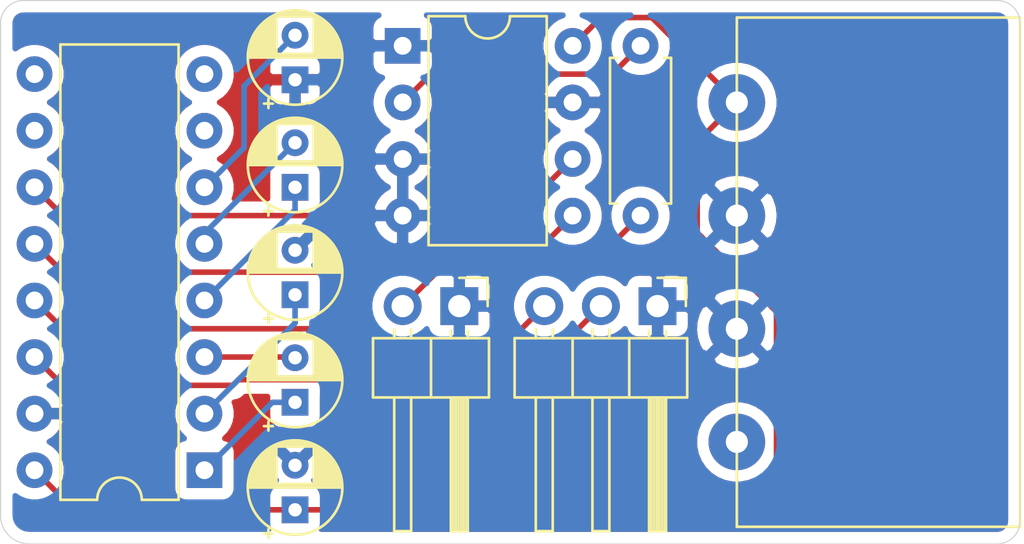
<source format=kicad_pcb>
(kicad_pcb (version 20171130) (host pcbnew 5.1.9-1.fc32)

  (general
    (thickness 1.6)
    (drawings 8)
    (tracks 53)
    (zones 0)
    (modules 11)
    (nets 20)
  )

  (page A4)
  (layers
    (0 F.Cu signal)
    (31 B.Cu signal)
    (32 B.Adhes user)
    (33 F.Adhes user)
    (34 B.Paste user)
    (35 F.Paste user)
    (36 B.SilkS user)
    (37 F.SilkS user)
    (38 B.Mask user)
    (39 F.Mask user)
    (40 Dwgs.User user)
    (41 Cmts.User user)
    (42 Eco1.User user)
    (43 Eco2.User user)
    (44 Edge.Cuts user)
    (45 Margin user)
    (46 B.CrtYd user)
    (47 F.CrtYd user)
    (48 B.Fab user)
    (49 F.Fab user)
  )

  (setup
    (last_trace_width 0.25)
    (user_trace_width 1)
    (trace_clearance 0.2)
    (zone_clearance 0.508)
    (zone_45_only no)
    (trace_min 0.2)
    (via_size 0.8)
    (via_drill 0.4)
    (via_min_size 0.4)
    (via_min_drill 0.3)
    (user_via 1.5 0.8)
    (uvia_size 0.3)
    (uvia_drill 0.1)
    (uvias_allowed no)
    (uvia_min_size 0.2)
    (uvia_min_drill 0.1)
    (edge_width 0.05)
    (segment_width 0.2)
    (pcb_text_width 0.3)
    (pcb_text_size 1.5 1.5)
    (mod_edge_width 0.12)
    (mod_text_size 1 1)
    (mod_text_width 0.15)
    (pad_size 1.7 1.7)
    (pad_drill 1)
    (pad_to_mask_clearance 0)
    (aux_axis_origin 0 0)
    (visible_elements FFFFFF7F)
    (pcbplotparams
      (layerselection 0x010fc_ffffffff)
      (usegerberextensions false)
      (usegerberattributes true)
      (usegerberadvancedattributes true)
      (creategerberjobfile true)
      (excludeedgelayer true)
      (linewidth 0.100000)
      (plotframeref false)
      (viasonmask false)
      (mode 1)
      (useauxorigin false)
      (hpglpennumber 1)
      (hpglpenspeed 20)
      (hpglpendiameter 15.000000)
      (psnegative false)
      (psa4output false)
      (plotreference true)
      (plotvalue true)
      (plotinvisibletext false)
      (padsonsilk false)
      (subtractmaskfromsilk false)
      (outputformat 1)
      (mirror false)
      (drillshape 0)
      (scaleselection 1)
      (outputdirectory "/home/tom/Downloads/kenyan-internet-cheap/"))
  )

  (net 0 "")
  (net 1 Earth)
  (net 2 5v)
  (net 3 "Net-(C2-Pad1)")
  (net 4 "Net-(C3-Pad2)")
  (net 5 "Net-(C3-Pad1)")
  (net 6 "Net-(C4-Pad2)")
  (net 7 "Net-(C4-Pad1)")
  (net 8 "Net-(C5-Pad2)")
  (net 9 "Net-(J1-Pad3)")
  (net 10 "Net-(J1-Pad2)")
  (net 11 "Net-(J2-Pad1)")
  (net 12 "Net-(R1-Pad2)")
  (net 13 "Net-(R1-Pad1)")
  (net 14 "Net-(U1-Pad6)")
  (net 15 "Net-(U1-Pad5)")
  (net 16 "Net-(U2-Pad8)")
  (net 17 "Net-(U2-Pad7)")
  (net 18 "Net-(U2-Pad10)")
  (net 19 "Net-(U2-Pad9)")

  (net_class Default "This is the default net class."
    (clearance 0.2)
    (trace_width 0.25)
    (via_dia 0.8)
    (via_drill 0.4)
    (uvia_dia 0.3)
    (uvia_drill 0.1)
    (add_net 5v)
    (add_net Earth)
    (add_net "Net-(C2-Pad1)")
    (add_net "Net-(C3-Pad1)")
    (add_net "Net-(C3-Pad2)")
    (add_net "Net-(C4-Pad1)")
    (add_net "Net-(C4-Pad2)")
    (add_net "Net-(C5-Pad2)")
    (add_net "Net-(J1-Pad2)")
    (add_net "Net-(J1-Pad3)")
    (add_net "Net-(J2-Pad1)")
    (add_net "Net-(R1-Pad1)")
    (add_net "Net-(R1-Pad2)")
    (add_net "Net-(U1-Pad5)")
    (add_net "Net-(U1-Pad6)")
    (add_net "Net-(U2-Pad10)")
    (add_net "Net-(U2-Pad7)")
    (add_net "Net-(U2-Pad8)")
    (add_net "Net-(U2-Pad9)")
  )

  (module BootSwitch:MOLEX_8981_4P_Horizontal (layer F.Cu) (tedit 60A25AE8) (tstamp 60A19FC2)
    (at 183.388 55.88 90)
    (path /609C9362)
    (fp_text reference J2 (at 0 0 90) (layer F.SilkS) hide
      (effects (font (size 1.27 1.27) (thickness 0.0889)))
    )
    (fp_text value "Molex 8981-P04" (at 0 0 90) (layer F.SilkS) hide
      (effects (font (size 1.524 1.524) (thickness 0.15)))
    )
    (fp_line (start 19.177 -0.127) (end -3.937 -0.127) (layer F.CrtYd) (width 0.12))
    (fp_line (start 19.177 12.827) (end 19.177 -0.127) (layer F.CrtYd) (width 0.12))
    (fp_line (start -3.937 12.827) (end 19.177 12.827) (layer F.CrtYd) (width 0.12))
    (fp_line (start -3.937 -0.127) (end -3.937 12.827) (layer F.CrtYd) (width 0.12))
    (fp_line (start -3.81 12.7) (end 19.05 12.7) (layer F.SilkS) (width 0.12))
    (fp_line (start 19.05 12.7) (end 19.05 0) (layer F.SilkS) (width 0.12))
    (fp_line (start 19.05 0) (end -3.81 0) (layer F.SilkS) (width 0.12))
    (fp_line (start -3.81 0) (end -3.81 12.7) (layer F.SilkS) (width 0.12))
    (pad 4 thru_hole circle (at 15.24 0 90) (size 2.54 2.54) (drill 0.9906) (layers *.Cu *.Mask)
      (net 2 5v))
    (pad 3 thru_hole circle (at 10.16 0 90) (size 2.54 2.54) (drill 0.9906) (layers *.Cu *.Mask)
      (net 1 Earth))
    (pad 2 thru_hole circle (at 5.08 0 90) (size 2.54 2.54) (drill 0.9906) (layers *.Cu *.Mask)
      (net 1 Earth))
    (pad 1 thru_hole circle (at 0 0 90) (size 2.54 2.54) (drill 0.9906) (layers *.Cu *.Mask)
      (net 11 "Net-(J2-Pad1)"))
  )

  (module Package_DIP:DIP-16_W7.62mm (layer F.Cu) (tedit 5A02E8C5) (tstamp 60A1A04C)
    (at 159.512 57.15 180)
    (descr "16-lead though-hole mounted DIP package, row spacing 7.62 mm (300 mils)")
    (tags "THT DIP DIL PDIP 2.54mm 7.62mm 300mil")
    (path /6086BD1E)
    (fp_text reference U2 (at 3.81 8.89) (layer F.SilkS) hide
      (effects (font (size 1 1) (thickness 0.15)))
    )
    (fp_text value MAX232 (at 3.81 20.11) (layer F.Fab)
      (effects (font (size 1 1) (thickness 0.15)))
    )
    (fp_arc (start 3.81 -1.33) (end 2.81 -1.33) (angle -180) (layer F.SilkS) (width 0.12))
    (fp_text user %R (at 3.81 8.89) (layer F.Fab)
      (effects (font (size 1 1) (thickness 0.15)))
    )
    (fp_line (start 1.635 -1.27) (end 6.985 -1.27) (layer F.Fab) (width 0.1))
    (fp_line (start 6.985 -1.27) (end 6.985 19.05) (layer F.Fab) (width 0.1))
    (fp_line (start 6.985 19.05) (end 0.635 19.05) (layer F.Fab) (width 0.1))
    (fp_line (start 0.635 19.05) (end 0.635 -0.27) (layer F.Fab) (width 0.1))
    (fp_line (start 0.635 -0.27) (end 1.635 -1.27) (layer F.Fab) (width 0.1))
    (fp_line (start 2.81 -1.33) (end 1.16 -1.33) (layer F.SilkS) (width 0.12))
    (fp_line (start 1.16 -1.33) (end 1.16 19.11) (layer F.SilkS) (width 0.12))
    (fp_line (start 1.16 19.11) (end 6.46 19.11) (layer F.SilkS) (width 0.12))
    (fp_line (start 6.46 19.11) (end 6.46 -1.33) (layer F.SilkS) (width 0.12))
    (fp_line (start 6.46 -1.33) (end 4.81 -1.33) (layer F.SilkS) (width 0.12))
    (fp_line (start -1.1 -1.55) (end -1.1 19.3) (layer F.CrtYd) (width 0.05))
    (fp_line (start -1.1 19.3) (end 8.7 19.3) (layer F.CrtYd) (width 0.05))
    (fp_line (start 8.7 19.3) (end 8.7 -1.55) (layer F.CrtYd) (width 0.05))
    (fp_line (start 8.7 -1.55) (end -1.1 -1.55) (layer F.CrtYd) (width 0.05))
    (pad 1 thru_hole rect (at 0 0 180) (size 1.6 1.6) (drill 0.8) (layers *.Cu *.Mask)
      (net 5 "Net-(C3-Pad1)"))
    (pad 9 thru_hole oval (at 7.62 17.78 180) (size 1.6 1.6) (drill 0.8) (layers *.Cu *.Mask)
      (net 19 "Net-(U2-Pad9)"))
    (pad 2 thru_hole oval (at 0 2.54 180) (size 1.6 1.6) (drill 0.8) (layers *.Cu *.Mask)
      (net 3 "Net-(C2-Pad1)"))
    (pad 10 thru_hole oval (at 7.62 15.24 180) (size 1.6 1.6) (drill 0.8) (layers *.Cu *.Mask)
      (net 18 "Net-(U2-Pad10)"))
    (pad 3 thru_hole oval (at 0 5.08 180) (size 1.6 1.6) (drill 0.8) (layers *.Cu *.Mask)
      (net 4 "Net-(C3-Pad2)"))
    (pad 11 thru_hole oval (at 7.62 12.7 180) (size 1.6 1.6) (drill 0.8) (layers *.Cu *.Mask)
      (net 14 "Net-(U1-Pad6)"))
    (pad 4 thru_hole oval (at 0 7.62 180) (size 1.6 1.6) (drill 0.8) (layers *.Cu *.Mask)
      (net 7 "Net-(C4-Pad1)"))
    (pad 12 thru_hole oval (at 7.62 10.16 180) (size 1.6 1.6) (drill 0.8) (layers *.Cu *.Mask)
      (net 15 "Net-(U1-Pad5)"))
    (pad 5 thru_hole oval (at 0 10.16 180) (size 1.6 1.6) (drill 0.8) (layers *.Cu *.Mask)
      (net 6 "Net-(C4-Pad2)"))
    (pad 13 thru_hole oval (at 7.62 7.62 180) (size 1.6 1.6) (drill 0.8) (layers *.Cu *.Mask)
      (net 9 "Net-(J1-Pad3)"))
    (pad 6 thru_hole oval (at 0 12.7 180) (size 1.6 1.6) (drill 0.8) (layers *.Cu *.Mask)
      (net 8 "Net-(C5-Pad2)"))
    (pad 14 thru_hole oval (at 7.62 5.08 180) (size 1.6 1.6) (drill 0.8) (layers *.Cu *.Mask)
      (net 10 "Net-(J1-Pad2)"))
    (pad 7 thru_hole oval (at 0 15.24 180) (size 1.6 1.6) (drill 0.8) (layers *.Cu *.Mask)
      (net 17 "Net-(U2-Pad7)"))
    (pad 15 thru_hole oval (at 7.62 2.54 180) (size 1.6 1.6) (drill 0.8) (layers *.Cu *.Mask)
      (net 1 Earth))
    (pad 8 thru_hole oval (at 0 17.78 180) (size 1.6 1.6) (drill 0.8) (layers *.Cu *.Mask)
      (net 16 "Net-(U2-Pad8)"))
    (pad 16 thru_hole oval (at 7.62 0 180) (size 1.6 1.6) (drill 0.8) (layers *.Cu *.Mask)
      (net 2 5v))
    (model ${KISYS3DMOD}/Package_DIP.3dshapes/DIP-16_W7.62mm.wrl
      (at (xyz 0 0 0))
      (scale (xyz 1 1 1))
      (rotate (xyz 0 0 0))
    )
  )

  (module Package_DIP:DIP-8_W7.62mm (layer F.Cu) (tedit 5A02E8C5) (tstamp 60A1A028)
    (at 168.402 38.1)
    (descr "8-lead though-hole mounted DIP package, row spacing 7.62 mm (300 mils)")
    (tags "THT DIP DIL PDIP 2.54mm 7.62mm 300mil")
    (path /6086B104)
    (fp_text reference U1 (at 3.81 3.81) (layer F.SilkS) hide
      (effects (font (size 1 1) (thickness 0.15)))
    )
    (fp_text value ATtiny85-20PU (at 3.81 9.95) (layer F.Fab)
      (effects (font (size 1 1) (thickness 0.15)))
    )
    (fp_arc (start 3.81 -1.33) (end 2.81 -1.33) (angle -180) (layer F.SilkS) (width 0.12))
    (fp_text user %R (at 3.81 3.81) (layer F.Fab)
      (effects (font (size 1 1) (thickness 0.15)))
    )
    (fp_line (start 1.635 -1.27) (end 6.985 -1.27) (layer F.Fab) (width 0.1))
    (fp_line (start 6.985 -1.27) (end 6.985 8.89) (layer F.Fab) (width 0.1))
    (fp_line (start 6.985 8.89) (end 0.635 8.89) (layer F.Fab) (width 0.1))
    (fp_line (start 0.635 8.89) (end 0.635 -0.27) (layer F.Fab) (width 0.1))
    (fp_line (start 0.635 -0.27) (end 1.635 -1.27) (layer F.Fab) (width 0.1))
    (fp_line (start 2.81 -1.33) (end 1.16 -1.33) (layer F.SilkS) (width 0.12))
    (fp_line (start 1.16 -1.33) (end 1.16 8.95) (layer F.SilkS) (width 0.12))
    (fp_line (start 1.16 8.95) (end 6.46 8.95) (layer F.SilkS) (width 0.12))
    (fp_line (start 6.46 8.95) (end 6.46 -1.33) (layer F.SilkS) (width 0.12))
    (fp_line (start 6.46 -1.33) (end 4.81 -1.33) (layer F.SilkS) (width 0.12))
    (fp_line (start -1.1 -1.55) (end -1.1 9.15) (layer F.CrtYd) (width 0.05))
    (fp_line (start -1.1 9.15) (end 8.7 9.15) (layer F.CrtYd) (width 0.05))
    (fp_line (start 8.7 9.15) (end 8.7 -1.55) (layer F.CrtYd) (width 0.05))
    (fp_line (start 8.7 -1.55) (end -1.1 -1.55) (layer F.CrtYd) (width 0.05))
    (pad 1 thru_hole rect (at 0 0) (size 1.6 1.6) (drill 0.8) (layers *.Cu *.Mask)
      (net 1 Earth))
    (pad 5 thru_hole oval (at 7.62 7.62) (size 1.6 1.6) (drill 0.8) (layers *.Cu *.Mask)
      (net 15 "Net-(U1-Pad5)"))
    (pad 2 thru_hole oval (at 0 2.54) (size 1.6 1.6) (drill 0.8) (layers *.Cu *.Mask)
      (net 12 "Net-(R1-Pad2)"))
    (pad 6 thru_hole oval (at 7.62 5.08) (size 1.6 1.6) (drill 0.8) (layers *.Cu *.Mask)
      (net 14 "Net-(U1-Pad6)"))
    (pad 3 thru_hole oval (at 0 5.08) (size 1.6 1.6) (drill 0.8) (layers *.Cu *.Mask)
      (net 1 Earth))
    (pad 7 thru_hole oval (at 7.62 2.54) (size 1.6 1.6) (drill 0.8) (layers *.Cu *.Mask)
      (net 1 Earth))
    (pad 4 thru_hole oval (at 0 7.62) (size 1.6 1.6) (drill 0.8) (layers *.Cu *.Mask)
      (net 1 Earth))
    (pad 8 thru_hole oval (at 7.62 0) (size 1.6 1.6) (drill 0.8) (layers *.Cu *.Mask)
      (net 2 5v))
    (model ${KISYS3DMOD}/Package_DIP.3dshapes/DIP-8_W7.62mm.wrl
      (at (xyz 0 0 0))
      (scale (xyz 1 1 1))
      (rotate (xyz 0 0 0))
    )
  )

  (module Connector_PinHeader_2.54mm:PinHeader_1x02_P2.54mm_Horizontal (layer F.Cu) (tedit 59FED5CB) (tstamp 60A1A00C)
    (at 170.942 49.784 270)
    (descr "Through hole angled pin header, 1x02, 2.54mm pitch, 6mm pin length, single row")
    (tags "Through hole angled pin header THT 1x02 2.54mm single row")
    (path /6087F671)
    (fp_text reference SW1 (at 4.385 -2.27 270) (layer F.SilkS) hide
      (effects (font (size 1 1) (thickness 0.15)))
    )
    (fp_text value "Case Switch" (at 4.385 4.81 270) (layer F.Fab)
      (effects (font (size 1 1) (thickness 0.15)))
    )
    (fp_text user %R (at 2.77 1.27 180) (layer F.Fab)
      (effects (font (size 1 1) (thickness 0.15)))
    )
    (fp_line (start 2.135 -1.27) (end 4.04 -1.27) (layer F.Fab) (width 0.1))
    (fp_line (start 4.04 -1.27) (end 4.04 3.81) (layer F.Fab) (width 0.1))
    (fp_line (start 4.04 3.81) (end 1.5 3.81) (layer F.Fab) (width 0.1))
    (fp_line (start 1.5 3.81) (end 1.5 -0.635) (layer F.Fab) (width 0.1))
    (fp_line (start 1.5 -0.635) (end 2.135 -1.27) (layer F.Fab) (width 0.1))
    (fp_line (start -0.32 -0.32) (end 1.5 -0.32) (layer F.Fab) (width 0.1))
    (fp_line (start -0.32 -0.32) (end -0.32 0.32) (layer F.Fab) (width 0.1))
    (fp_line (start -0.32 0.32) (end 1.5 0.32) (layer F.Fab) (width 0.1))
    (fp_line (start 4.04 -0.32) (end 10.04 -0.32) (layer F.Fab) (width 0.1))
    (fp_line (start 10.04 -0.32) (end 10.04 0.32) (layer F.Fab) (width 0.1))
    (fp_line (start 4.04 0.32) (end 10.04 0.32) (layer F.Fab) (width 0.1))
    (fp_line (start -0.32 2.22) (end 1.5 2.22) (layer F.Fab) (width 0.1))
    (fp_line (start -0.32 2.22) (end -0.32 2.86) (layer F.Fab) (width 0.1))
    (fp_line (start -0.32 2.86) (end 1.5 2.86) (layer F.Fab) (width 0.1))
    (fp_line (start 4.04 2.22) (end 10.04 2.22) (layer F.Fab) (width 0.1))
    (fp_line (start 10.04 2.22) (end 10.04 2.86) (layer F.Fab) (width 0.1))
    (fp_line (start 4.04 2.86) (end 10.04 2.86) (layer F.Fab) (width 0.1))
    (fp_line (start 1.44 -1.33) (end 1.44 3.87) (layer F.SilkS) (width 0.12))
    (fp_line (start 1.44 3.87) (end 4.1 3.87) (layer F.SilkS) (width 0.12))
    (fp_line (start 4.1 3.87) (end 4.1 -1.33) (layer F.SilkS) (width 0.12))
    (fp_line (start 4.1 -1.33) (end 1.44 -1.33) (layer F.SilkS) (width 0.12))
    (fp_line (start 4.1 -0.38) (end 10.1 -0.38) (layer F.SilkS) (width 0.12))
    (fp_line (start 10.1 -0.38) (end 10.1 0.38) (layer F.SilkS) (width 0.12))
    (fp_line (start 10.1 0.38) (end 4.1 0.38) (layer F.SilkS) (width 0.12))
    (fp_line (start 4.1 -0.32) (end 10.1 -0.32) (layer F.SilkS) (width 0.12))
    (fp_line (start 4.1 -0.2) (end 10.1 -0.2) (layer F.SilkS) (width 0.12))
    (fp_line (start 4.1 -0.08) (end 10.1 -0.08) (layer F.SilkS) (width 0.12))
    (fp_line (start 4.1 0.04) (end 10.1 0.04) (layer F.SilkS) (width 0.12))
    (fp_line (start 4.1 0.16) (end 10.1 0.16) (layer F.SilkS) (width 0.12))
    (fp_line (start 4.1 0.28) (end 10.1 0.28) (layer F.SilkS) (width 0.12))
    (fp_line (start 1.11 -0.38) (end 1.44 -0.38) (layer F.SilkS) (width 0.12))
    (fp_line (start 1.11 0.38) (end 1.44 0.38) (layer F.SilkS) (width 0.12))
    (fp_line (start 1.44 1.27) (end 4.1 1.27) (layer F.SilkS) (width 0.12))
    (fp_line (start 4.1 2.16) (end 10.1 2.16) (layer F.SilkS) (width 0.12))
    (fp_line (start 10.1 2.16) (end 10.1 2.92) (layer F.SilkS) (width 0.12))
    (fp_line (start 10.1 2.92) (end 4.1 2.92) (layer F.SilkS) (width 0.12))
    (fp_line (start 1.042929 2.16) (end 1.44 2.16) (layer F.SilkS) (width 0.12))
    (fp_line (start 1.042929 2.92) (end 1.44 2.92) (layer F.SilkS) (width 0.12))
    (fp_line (start -1.27 0) (end -1.27 -1.27) (layer F.SilkS) (width 0.12))
    (fp_line (start -1.27 -1.27) (end 0 -1.27) (layer F.SilkS) (width 0.12))
    (fp_line (start -1.8 -1.8) (end -1.8 4.35) (layer F.CrtYd) (width 0.05))
    (fp_line (start -1.8 4.35) (end 10.55 4.35) (layer F.CrtYd) (width 0.05))
    (fp_line (start 10.55 4.35) (end 10.55 -1.8) (layer F.CrtYd) (width 0.05))
    (fp_line (start 10.55 -1.8) (end -1.8 -1.8) (layer F.CrtYd) (width 0.05))
    (pad 1 thru_hole rect (at 0 0 270) (size 1.7 1.7) (drill 1) (layers *.Cu *.Mask)
      (net 1 Earth))
    (pad 2 thru_hole oval (at 0 2.54 270) (size 1.7 1.7) (drill 1) (layers *.Cu *.Mask)
      (net 13 "Net-(R1-Pad1)"))
    (model ${KISYS3DMOD}/Connector_PinHeader_2.54mm.3dshapes/PinHeader_1x02_P2.54mm_Horizontal.wrl
      (at (xyz 0 0 0))
      (scale (xyz 1 1 1))
      (rotate (xyz 0 0 0))
    )
  )

  (module Resistor_THT:R_Axial_DIN0207_L6.3mm_D2.5mm_P7.62mm_Horizontal (layer F.Cu) (tedit 5AE5139B) (tstamp 60A19FD9)
    (at 179.07 45.72 90)
    (descr "Resistor, Axial_DIN0207 series, Axial, Horizontal, pin pitch=7.62mm, 0.25W = 1/4W, length*diameter=6.3*2.5mm^2, http://cdn-reichelt.de/documents/datenblatt/B400/1_4W%23YAG.pdf")
    (tags "Resistor Axial_DIN0207 series Axial Horizontal pin pitch 7.62mm 0.25W = 1/4W length 6.3mm diameter 2.5mm")
    (path /609D1F16)
    (fp_text reference R1 (at 3.81 0 90) (layer F.SilkS) hide
      (effects (font (size 1 1) (thickness 0.15)))
    )
    (fp_text value 10k (at 3.81 2.37 90) (layer F.Fab)
      (effects (font (size 1 1) (thickness 0.15)))
    )
    (fp_text user %R (at 3.81 0 90) (layer F.Fab)
      (effects (font (size 1 1) (thickness 0.15)))
    )
    (fp_line (start 0.66 -1.25) (end 0.66 1.25) (layer F.Fab) (width 0.1))
    (fp_line (start 0.66 1.25) (end 6.96 1.25) (layer F.Fab) (width 0.1))
    (fp_line (start 6.96 1.25) (end 6.96 -1.25) (layer F.Fab) (width 0.1))
    (fp_line (start 6.96 -1.25) (end 0.66 -1.25) (layer F.Fab) (width 0.1))
    (fp_line (start 0 0) (end 0.66 0) (layer F.Fab) (width 0.1))
    (fp_line (start 7.62 0) (end 6.96 0) (layer F.Fab) (width 0.1))
    (fp_line (start 0.54 -1.04) (end 0.54 -1.37) (layer F.SilkS) (width 0.12))
    (fp_line (start 0.54 -1.37) (end 7.08 -1.37) (layer F.SilkS) (width 0.12))
    (fp_line (start 7.08 -1.37) (end 7.08 -1.04) (layer F.SilkS) (width 0.12))
    (fp_line (start 0.54 1.04) (end 0.54 1.37) (layer F.SilkS) (width 0.12))
    (fp_line (start 0.54 1.37) (end 7.08 1.37) (layer F.SilkS) (width 0.12))
    (fp_line (start 7.08 1.37) (end 7.08 1.04) (layer F.SilkS) (width 0.12))
    (fp_line (start -1.05 -1.5) (end -1.05 1.5) (layer F.CrtYd) (width 0.05))
    (fp_line (start -1.05 1.5) (end 8.67 1.5) (layer F.CrtYd) (width 0.05))
    (fp_line (start 8.67 1.5) (end 8.67 -1.5) (layer F.CrtYd) (width 0.05))
    (fp_line (start 8.67 -1.5) (end -1.05 -1.5) (layer F.CrtYd) (width 0.05))
    (pad 1 thru_hole circle (at 0 0 90) (size 1.6 1.6) (drill 0.8) (layers *.Cu *.Mask)
      (net 13 "Net-(R1-Pad1)"))
    (pad 2 thru_hole oval (at 7.62 0 90) (size 1.6 1.6) (drill 0.8) (layers *.Cu *.Mask)
      (net 12 "Net-(R1-Pad2)"))
    (model ${KISYS3DMOD}/Resistor_THT.3dshapes/R_Axial_DIN0207_L6.3mm_D2.5mm_P7.62mm_Horizontal.wrl
      (at (xyz 0 0 0))
      (scale (xyz 1 1 1))
      (rotate (xyz 0 0 0))
    )
  )

  (module Connector_PinHeader_2.54mm:PinHeader_1x03_P2.54mm_Horizontal (layer F.Cu) (tedit 60A25072) (tstamp 60A19FAE)
    (at 179.832 49.784 270)
    (descr "Through hole angled pin header, 1x03, 2.54mm pitch, 6mm pin length, single row")
    (tags "Through hole angled pin header THT 1x03 2.54mm single row")
    (path /609B7777)
    (fp_text reference J1 (at 4.385 -2.27 270) (layer F.SilkS) hide
      (effects (font (size 1 1) (thickness 0.15)))
    )
    (fp_text value JCOM1 (at 4.385 7.35 270) (layer F.Fab)
      (effects (font (size 1 1) (thickness 0.15)))
    )
    (fp_text user %R (at 2.77 2.54 180) (layer F.Fab)
      (effects (font (size 1 1) (thickness 0.15)))
    )
    (fp_line (start 2.135 -1.27) (end 4.04 -1.27) (layer F.Fab) (width 0.1))
    (fp_line (start 4.04 -1.27) (end 4.04 6.35) (layer F.Fab) (width 0.1))
    (fp_line (start 4.04 6.35) (end 1.5 6.35) (layer F.Fab) (width 0.1))
    (fp_line (start 1.5 6.35) (end 1.5 -0.635) (layer F.Fab) (width 0.1))
    (fp_line (start 1.5 -0.635) (end 2.135 -1.27) (layer F.Fab) (width 0.1))
    (fp_line (start -0.32 -0.32) (end 1.5 -0.32) (layer F.Fab) (width 0.1))
    (fp_line (start -0.32 -0.32) (end -0.32 0.32) (layer F.Fab) (width 0.1))
    (fp_line (start -0.32 0.32) (end 1.5 0.32) (layer F.Fab) (width 0.1))
    (fp_line (start 4.04 -0.32) (end 10.04 -0.32) (layer F.Fab) (width 0.1))
    (fp_line (start 10.04 -0.32) (end 10.04 0.32) (layer F.Fab) (width 0.1))
    (fp_line (start 4.04 0.32) (end 10.04 0.32) (layer F.Fab) (width 0.1))
    (fp_line (start -0.32 2.22) (end 1.5 2.22) (layer F.Fab) (width 0.1))
    (fp_line (start -0.32 2.22) (end -0.32 2.86) (layer F.Fab) (width 0.1))
    (fp_line (start -0.32 2.86) (end 1.5 2.86) (layer F.Fab) (width 0.1))
    (fp_line (start 4.04 2.22) (end 10.04 2.22) (layer F.Fab) (width 0.1))
    (fp_line (start 10.04 2.22) (end 10.04 2.86) (layer F.Fab) (width 0.1))
    (fp_line (start 4.04 2.86) (end 10.04 2.86) (layer F.Fab) (width 0.1))
    (fp_line (start -0.32 4.76) (end 1.5 4.76) (layer F.Fab) (width 0.1))
    (fp_line (start -0.32 4.76) (end -0.32 5.4) (layer F.Fab) (width 0.1))
    (fp_line (start -0.32 5.4) (end 1.5 5.4) (layer F.Fab) (width 0.1))
    (fp_line (start 4.04 4.76) (end 10.04 4.76) (layer F.Fab) (width 0.1))
    (fp_line (start 10.04 4.76) (end 10.04 5.4) (layer F.Fab) (width 0.1))
    (fp_line (start 4.04 5.4) (end 10.04 5.4) (layer F.Fab) (width 0.1))
    (fp_line (start 1.44 -1.33) (end 1.44 6.41) (layer F.SilkS) (width 0.12))
    (fp_line (start 1.44 6.41) (end 4.1 6.41) (layer F.SilkS) (width 0.12))
    (fp_line (start 4.1 6.41) (end 4.1 -1.33) (layer F.SilkS) (width 0.12))
    (fp_line (start 4.1 -1.33) (end 1.44 -1.33) (layer F.SilkS) (width 0.12))
    (fp_line (start 4.1 -0.38) (end 10.1 -0.38) (layer F.SilkS) (width 0.12))
    (fp_line (start 10.1 -0.38) (end 10.1 0.38) (layer F.SilkS) (width 0.12))
    (fp_line (start 10.1 0.38) (end 4.1 0.38) (layer F.SilkS) (width 0.12))
    (fp_line (start 4.1 -0.32) (end 10.1 -0.32) (layer F.SilkS) (width 0.12))
    (fp_line (start 4.1 -0.2) (end 10.1 -0.2) (layer F.SilkS) (width 0.12))
    (fp_line (start 4.1 -0.08) (end 10.1 -0.08) (layer F.SilkS) (width 0.12))
    (fp_line (start 4.1 0.04) (end 10.1 0.04) (layer F.SilkS) (width 0.12))
    (fp_line (start 4.1 0.16) (end 10.1 0.16) (layer F.SilkS) (width 0.12))
    (fp_line (start 4.1 0.28) (end 10.1 0.28) (layer F.SilkS) (width 0.12))
    (fp_line (start 1.11 -0.38) (end 1.44 -0.38) (layer F.SilkS) (width 0.12))
    (fp_line (start 1.11 0.38) (end 1.44 0.38) (layer F.SilkS) (width 0.12))
    (fp_line (start 1.44 1.27) (end 4.1 1.27) (layer F.SilkS) (width 0.12))
    (fp_line (start 4.1 2.16) (end 10.1 2.16) (layer F.SilkS) (width 0.12))
    (fp_line (start 10.1 2.16) (end 10.1 2.92) (layer F.SilkS) (width 0.12))
    (fp_line (start 10.1 2.92) (end 4.1 2.92) (layer F.SilkS) (width 0.12))
    (fp_line (start 1.042929 2.16) (end 1.44 2.16) (layer F.SilkS) (width 0.12))
    (fp_line (start 1.042929 2.92) (end 1.44 2.92) (layer F.SilkS) (width 0.12))
    (fp_line (start 1.44 3.81) (end 4.1 3.81) (layer F.SilkS) (width 0.12))
    (fp_line (start 4.1 4.7) (end 10.1 4.7) (layer F.SilkS) (width 0.12))
    (fp_line (start 10.1 4.7) (end 10.1 5.46) (layer F.SilkS) (width 0.12))
    (fp_line (start 10.1 5.46) (end 4.1 5.46) (layer F.SilkS) (width 0.12))
    (fp_line (start 1.042929 4.7) (end 1.44 4.7) (layer F.SilkS) (width 0.12))
    (fp_line (start 1.042929 5.46) (end 1.44 5.46) (layer F.SilkS) (width 0.12))
    (fp_line (start -1.27 0) (end -1.27 -1.27) (layer F.SilkS) (width 0.12))
    (fp_line (start -1.27 -1.27) (end 0 -1.27) (layer F.SilkS) (width 0.12))
    (fp_line (start -1.8 -1.8) (end -1.8 6.85) (layer F.CrtYd) (width 0.05))
    (fp_line (start -1.8 6.85) (end 10.55 6.85) (layer F.CrtYd) (width 0.05))
    (fp_line (start 10.55 6.85) (end 10.55 -1.8) (layer F.CrtYd) (width 0.05))
    (fp_line (start 10.55 -1.8) (end -1.8 -1.8) (layer F.CrtYd) (width 0.05))
    (pad 1 thru_hole rect (at 0 0 270) (size 1.7 1.7) (drill 1) (layers *.Cu *.Mask)
      (net 1 Earth))
    (pad 2 thru_hole oval (at 0 2.54 270) (size 1.7 1.7) (drill 1) (layers *.Cu *.Mask)
      (net 10 "Net-(J1-Pad2)"))
    (pad 3 thru_hole oval (at 0 5.08 270) (size 1.7 1.7) (drill 1) (layers *.Cu *.Mask)
      (net 9 "Net-(J1-Pad3)"))
    (model ${KISYS3DMOD}/Connector_PinHeader_2.54mm.3dshapes/PinHeader_1x03_P2.54mm_Horizontal.wrl
      (at (xyz 0 0 0))
      (scale (xyz 1 1 1))
      (rotate (xyz 0 0 0))
    )
  )

  (module Capacitor_THT:CP_Radial_D4.0mm_P2.00mm (layer F.Cu) (tedit 5AE50EF0) (tstamp 60A19F6E)
    (at 163.576 39.624 90)
    (descr "CP, Radial series, Radial, pin pitch=2.00mm, , diameter=4mm, Electrolytic Capacitor")
    (tags "CP Radial series Radial pin pitch 2.00mm  diameter 4mm Electrolytic Capacitor")
    (path /60871D2E)
    (fp_text reference C5 (at 1 -3.25 90) (layer F.SilkS) hide
      (effects (font (size 1 1) (thickness 0.15)))
    )
    (fp_text value 1uF (at 1 3.25 90) (layer F.Fab)
      (effects (font (size 1 1) (thickness 0.15)))
    )
    (fp_text user %R (at 1 0 90) (layer F.Fab)
      (effects (font (size 0.8 0.8) (thickness 0.12)))
    )
    (fp_circle (center 1 0) (end 3 0) (layer F.Fab) (width 0.1))
    (fp_circle (center 1 0) (end 3.12 0) (layer F.SilkS) (width 0.12))
    (fp_circle (center 1 0) (end 3.25 0) (layer F.CrtYd) (width 0.05))
    (fp_line (start -0.702554 -0.8675) (end -0.302554 -0.8675) (layer F.Fab) (width 0.1))
    (fp_line (start -0.502554 -1.0675) (end -0.502554 -0.6675) (layer F.Fab) (width 0.1))
    (fp_line (start 1 -2.08) (end 1 2.08) (layer F.SilkS) (width 0.12))
    (fp_line (start 1.04 -2.08) (end 1.04 2.08) (layer F.SilkS) (width 0.12))
    (fp_line (start 1.08 -2.079) (end 1.08 2.079) (layer F.SilkS) (width 0.12))
    (fp_line (start 1.12 -2.077) (end 1.12 2.077) (layer F.SilkS) (width 0.12))
    (fp_line (start 1.16 -2.074) (end 1.16 2.074) (layer F.SilkS) (width 0.12))
    (fp_line (start 1.2 -2.071) (end 1.2 -0.84) (layer F.SilkS) (width 0.12))
    (fp_line (start 1.2 0.84) (end 1.2 2.071) (layer F.SilkS) (width 0.12))
    (fp_line (start 1.24 -2.067) (end 1.24 -0.84) (layer F.SilkS) (width 0.12))
    (fp_line (start 1.24 0.84) (end 1.24 2.067) (layer F.SilkS) (width 0.12))
    (fp_line (start 1.28 -2.062) (end 1.28 -0.84) (layer F.SilkS) (width 0.12))
    (fp_line (start 1.28 0.84) (end 1.28 2.062) (layer F.SilkS) (width 0.12))
    (fp_line (start 1.32 -2.056) (end 1.32 -0.84) (layer F.SilkS) (width 0.12))
    (fp_line (start 1.32 0.84) (end 1.32 2.056) (layer F.SilkS) (width 0.12))
    (fp_line (start 1.36 -2.05) (end 1.36 -0.84) (layer F.SilkS) (width 0.12))
    (fp_line (start 1.36 0.84) (end 1.36 2.05) (layer F.SilkS) (width 0.12))
    (fp_line (start 1.4 -2.042) (end 1.4 -0.84) (layer F.SilkS) (width 0.12))
    (fp_line (start 1.4 0.84) (end 1.4 2.042) (layer F.SilkS) (width 0.12))
    (fp_line (start 1.44 -2.034) (end 1.44 -0.84) (layer F.SilkS) (width 0.12))
    (fp_line (start 1.44 0.84) (end 1.44 2.034) (layer F.SilkS) (width 0.12))
    (fp_line (start 1.48 -2.025) (end 1.48 -0.84) (layer F.SilkS) (width 0.12))
    (fp_line (start 1.48 0.84) (end 1.48 2.025) (layer F.SilkS) (width 0.12))
    (fp_line (start 1.52 -2.016) (end 1.52 -0.84) (layer F.SilkS) (width 0.12))
    (fp_line (start 1.52 0.84) (end 1.52 2.016) (layer F.SilkS) (width 0.12))
    (fp_line (start 1.56 -2.005) (end 1.56 -0.84) (layer F.SilkS) (width 0.12))
    (fp_line (start 1.56 0.84) (end 1.56 2.005) (layer F.SilkS) (width 0.12))
    (fp_line (start 1.6 -1.994) (end 1.6 -0.84) (layer F.SilkS) (width 0.12))
    (fp_line (start 1.6 0.84) (end 1.6 1.994) (layer F.SilkS) (width 0.12))
    (fp_line (start 1.64 -1.982) (end 1.64 -0.84) (layer F.SilkS) (width 0.12))
    (fp_line (start 1.64 0.84) (end 1.64 1.982) (layer F.SilkS) (width 0.12))
    (fp_line (start 1.68 -1.968) (end 1.68 -0.84) (layer F.SilkS) (width 0.12))
    (fp_line (start 1.68 0.84) (end 1.68 1.968) (layer F.SilkS) (width 0.12))
    (fp_line (start 1.721 -1.954) (end 1.721 -0.84) (layer F.SilkS) (width 0.12))
    (fp_line (start 1.721 0.84) (end 1.721 1.954) (layer F.SilkS) (width 0.12))
    (fp_line (start 1.761 -1.94) (end 1.761 -0.84) (layer F.SilkS) (width 0.12))
    (fp_line (start 1.761 0.84) (end 1.761 1.94) (layer F.SilkS) (width 0.12))
    (fp_line (start 1.801 -1.924) (end 1.801 -0.84) (layer F.SilkS) (width 0.12))
    (fp_line (start 1.801 0.84) (end 1.801 1.924) (layer F.SilkS) (width 0.12))
    (fp_line (start 1.841 -1.907) (end 1.841 -0.84) (layer F.SilkS) (width 0.12))
    (fp_line (start 1.841 0.84) (end 1.841 1.907) (layer F.SilkS) (width 0.12))
    (fp_line (start 1.881 -1.889) (end 1.881 -0.84) (layer F.SilkS) (width 0.12))
    (fp_line (start 1.881 0.84) (end 1.881 1.889) (layer F.SilkS) (width 0.12))
    (fp_line (start 1.921 -1.87) (end 1.921 -0.84) (layer F.SilkS) (width 0.12))
    (fp_line (start 1.921 0.84) (end 1.921 1.87) (layer F.SilkS) (width 0.12))
    (fp_line (start 1.961 -1.851) (end 1.961 -0.84) (layer F.SilkS) (width 0.12))
    (fp_line (start 1.961 0.84) (end 1.961 1.851) (layer F.SilkS) (width 0.12))
    (fp_line (start 2.001 -1.83) (end 2.001 -0.84) (layer F.SilkS) (width 0.12))
    (fp_line (start 2.001 0.84) (end 2.001 1.83) (layer F.SilkS) (width 0.12))
    (fp_line (start 2.041 -1.808) (end 2.041 -0.84) (layer F.SilkS) (width 0.12))
    (fp_line (start 2.041 0.84) (end 2.041 1.808) (layer F.SilkS) (width 0.12))
    (fp_line (start 2.081 -1.785) (end 2.081 -0.84) (layer F.SilkS) (width 0.12))
    (fp_line (start 2.081 0.84) (end 2.081 1.785) (layer F.SilkS) (width 0.12))
    (fp_line (start 2.121 -1.76) (end 2.121 -0.84) (layer F.SilkS) (width 0.12))
    (fp_line (start 2.121 0.84) (end 2.121 1.76) (layer F.SilkS) (width 0.12))
    (fp_line (start 2.161 -1.735) (end 2.161 -0.84) (layer F.SilkS) (width 0.12))
    (fp_line (start 2.161 0.84) (end 2.161 1.735) (layer F.SilkS) (width 0.12))
    (fp_line (start 2.201 -1.708) (end 2.201 -0.84) (layer F.SilkS) (width 0.12))
    (fp_line (start 2.201 0.84) (end 2.201 1.708) (layer F.SilkS) (width 0.12))
    (fp_line (start 2.241 -1.68) (end 2.241 -0.84) (layer F.SilkS) (width 0.12))
    (fp_line (start 2.241 0.84) (end 2.241 1.68) (layer F.SilkS) (width 0.12))
    (fp_line (start 2.281 -1.65) (end 2.281 -0.84) (layer F.SilkS) (width 0.12))
    (fp_line (start 2.281 0.84) (end 2.281 1.65) (layer F.SilkS) (width 0.12))
    (fp_line (start 2.321 -1.619) (end 2.321 -0.84) (layer F.SilkS) (width 0.12))
    (fp_line (start 2.321 0.84) (end 2.321 1.619) (layer F.SilkS) (width 0.12))
    (fp_line (start 2.361 -1.587) (end 2.361 -0.84) (layer F.SilkS) (width 0.12))
    (fp_line (start 2.361 0.84) (end 2.361 1.587) (layer F.SilkS) (width 0.12))
    (fp_line (start 2.401 -1.552) (end 2.401 -0.84) (layer F.SilkS) (width 0.12))
    (fp_line (start 2.401 0.84) (end 2.401 1.552) (layer F.SilkS) (width 0.12))
    (fp_line (start 2.441 -1.516) (end 2.441 -0.84) (layer F.SilkS) (width 0.12))
    (fp_line (start 2.441 0.84) (end 2.441 1.516) (layer F.SilkS) (width 0.12))
    (fp_line (start 2.481 -1.478) (end 2.481 -0.84) (layer F.SilkS) (width 0.12))
    (fp_line (start 2.481 0.84) (end 2.481 1.478) (layer F.SilkS) (width 0.12))
    (fp_line (start 2.521 -1.438) (end 2.521 -0.84) (layer F.SilkS) (width 0.12))
    (fp_line (start 2.521 0.84) (end 2.521 1.438) (layer F.SilkS) (width 0.12))
    (fp_line (start 2.561 -1.396) (end 2.561 -0.84) (layer F.SilkS) (width 0.12))
    (fp_line (start 2.561 0.84) (end 2.561 1.396) (layer F.SilkS) (width 0.12))
    (fp_line (start 2.601 -1.351) (end 2.601 -0.84) (layer F.SilkS) (width 0.12))
    (fp_line (start 2.601 0.84) (end 2.601 1.351) (layer F.SilkS) (width 0.12))
    (fp_line (start 2.641 -1.304) (end 2.641 -0.84) (layer F.SilkS) (width 0.12))
    (fp_line (start 2.641 0.84) (end 2.641 1.304) (layer F.SilkS) (width 0.12))
    (fp_line (start 2.681 -1.254) (end 2.681 -0.84) (layer F.SilkS) (width 0.12))
    (fp_line (start 2.681 0.84) (end 2.681 1.254) (layer F.SilkS) (width 0.12))
    (fp_line (start 2.721 -1.2) (end 2.721 -0.84) (layer F.SilkS) (width 0.12))
    (fp_line (start 2.721 0.84) (end 2.721 1.2) (layer F.SilkS) (width 0.12))
    (fp_line (start 2.761 -1.142) (end 2.761 -0.84) (layer F.SilkS) (width 0.12))
    (fp_line (start 2.761 0.84) (end 2.761 1.142) (layer F.SilkS) (width 0.12))
    (fp_line (start 2.801 -1.08) (end 2.801 -0.84) (layer F.SilkS) (width 0.12))
    (fp_line (start 2.801 0.84) (end 2.801 1.08) (layer F.SilkS) (width 0.12))
    (fp_line (start 2.841 -1.013) (end 2.841 1.013) (layer F.SilkS) (width 0.12))
    (fp_line (start 2.881 -0.94) (end 2.881 0.94) (layer F.SilkS) (width 0.12))
    (fp_line (start 2.921 -0.859) (end 2.921 0.859) (layer F.SilkS) (width 0.12))
    (fp_line (start 2.961 -0.768) (end 2.961 0.768) (layer F.SilkS) (width 0.12))
    (fp_line (start 3.001 -0.664) (end 3.001 0.664) (layer F.SilkS) (width 0.12))
    (fp_line (start 3.041 -0.537) (end 3.041 0.537) (layer F.SilkS) (width 0.12))
    (fp_line (start 3.081 -0.37) (end 3.081 0.37) (layer F.SilkS) (width 0.12))
    (fp_line (start -1.269801 -1.195) (end -0.869801 -1.195) (layer F.SilkS) (width 0.12))
    (fp_line (start -1.069801 -1.395) (end -1.069801 -0.995) (layer F.SilkS) (width 0.12))
    (pad 1 thru_hole rect (at 0 0 90) (size 1.2 1.2) (drill 0.6) (layers *.Cu *.Mask)
      (net 1 Earth))
    (pad 2 thru_hole circle (at 2 0 90) (size 1.2 1.2) (drill 0.6) (layers *.Cu *.Mask)
      (net 8 "Net-(C5-Pad2)"))
    (model ${KISYS3DMOD}/Capacitor_THT.3dshapes/CP_Radial_D4.0mm_P2.00mm.wrl
      (at (xyz 0 0 0))
      (scale (xyz 1 1 1))
      (rotate (xyz 0 0 0))
    )
  )

  (module Capacitor_THT:CP_Radial_D4.0mm_P2.00mm (layer F.Cu) (tedit 5AE50EF0) (tstamp 60A19F02)
    (at 163.576 44.45 90)
    (descr "CP, Radial series, Radial, pin pitch=2.00mm, , diameter=4mm, Electrolytic Capacitor")
    (tags "CP Radial series Radial pin pitch 2.00mm  diameter 4mm Electrolytic Capacitor")
    (path /60871443)
    (fp_text reference C4 (at 1 -3.25 90) (layer F.SilkS) hide
      (effects (font (size 1 1) (thickness 0.15)))
    )
    (fp_text value 1uF (at 1 3.25 90) (layer F.Fab)
      (effects (font (size 1 1) (thickness 0.15)))
    )
    (fp_text user %R (at 1 0 90) (layer F.Fab)
      (effects (font (size 0.8 0.8) (thickness 0.12)))
    )
    (fp_circle (center 1 0) (end 3 0) (layer F.Fab) (width 0.1))
    (fp_circle (center 1 0) (end 3.12 0) (layer F.SilkS) (width 0.12))
    (fp_circle (center 1 0) (end 3.25 0) (layer F.CrtYd) (width 0.05))
    (fp_line (start -0.702554 -0.8675) (end -0.302554 -0.8675) (layer F.Fab) (width 0.1))
    (fp_line (start -0.502554 -1.0675) (end -0.502554 -0.6675) (layer F.Fab) (width 0.1))
    (fp_line (start 1 -2.08) (end 1 2.08) (layer F.SilkS) (width 0.12))
    (fp_line (start 1.04 -2.08) (end 1.04 2.08) (layer F.SilkS) (width 0.12))
    (fp_line (start 1.08 -2.079) (end 1.08 2.079) (layer F.SilkS) (width 0.12))
    (fp_line (start 1.12 -2.077) (end 1.12 2.077) (layer F.SilkS) (width 0.12))
    (fp_line (start 1.16 -2.074) (end 1.16 2.074) (layer F.SilkS) (width 0.12))
    (fp_line (start 1.2 -2.071) (end 1.2 -0.84) (layer F.SilkS) (width 0.12))
    (fp_line (start 1.2 0.84) (end 1.2 2.071) (layer F.SilkS) (width 0.12))
    (fp_line (start 1.24 -2.067) (end 1.24 -0.84) (layer F.SilkS) (width 0.12))
    (fp_line (start 1.24 0.84) (end 1.24 2.067) (layer F.SilkS) (width 0.12))
    (fp_line (start 1.28 -2.062) (end 1.28 -0.84) (layer F.SilkS) (width 0.12))
    (fp_line (start 1.28 0.84) (end 1.28 2.062) (layer F.SilkS) (width 0.12))
    (fp_line (start 1.32 -2.056) (end 1.32 -0.84) (layer F.SilkS) (width 0.12))
    (fp_line (start 1.32 0.84) (end 1.32 2.056) (layer F.SilkS) (width 0.12))
    (fp_line (start 1.36 -2.05) (end 1.36 -0.84) (layer F.SilkS) (width 0.12))
    (fp_line (start 1.36 0.84) (end 1.36 2.05) (layer F.SilkS) (width 0.12))
    (fp_line (start 1.4 -2.042) (end 1.4 -0.84) (layer F.SilkS) (width 0.12))
    (fp_line (start 1.4 0.84) (end 1.4 2.042) (layer F.SilkS) (width 0.12))
    (fp_line (start 1.44 -2.034) (end 1.44 -0.84) (layer F.SilkS) (width 0.12))
    (fp_line (start 1.44 0.84) (end 1.44 2.034) (layer F.SilkS) (width 0.12))
    (fp_line (start 1.48 -2.025) (end 1.48 -0.84) (layer F.SilkS) (width 0.12))
    (fp_line (start 1.48 0.84) (end 1.48 2.025) (layer F.SilkS) (width 0.12))
    (fp_line (start 1.52 -2.016) (end 1.52 -0.84) (layer F.SilkS) (width 0.12))
    (fp_line (start 1.52 0.84) (end 1.52 2.016) (layer F.SilkS) (width 0.12))
    (fp_line (start 1.56 -2.005) (end 1.56 -0.84) (layer F.SilkS) (width 0.12))
    (fp_line (start 1.56 0.84) (end 1.56 2.005) (layer F.SilkS) (width 0.12))
    (fp_line (start 1.6 -1.994) (end 1.6 -0.84) (layer F.SilkS) (width 0.12))
    (fp_line (start 1.6 0.84) (end 1.6 1.994) (layer F.SilkS) (width 0.12))
    (fp_line (start 1.64 -1.982) (end 1.64 -0.84) (layer F.SilkS) (width 0.12))
    (fp_line (start 1.64 0.84) (end 1.64 1.982) (layer F.SilkS) (width 0.12))
    (fp_line (start 1.68 -1.968) (end 1.68 -0.84) (layer F.SilkS) (width 0.12))
    (fp_line (start 1.68 0.84) (end 1.68 1.968) (layer F.SilkS) (width 0.12))
    (fp_line (start 1.721 -1.954) (end 1.721 -0.84) (layer F.SilkS) (width 0.12))
    (fp_line (start 1.721 0.84) (end 1.721 1.954) (layer F.SilkS) (width 0.12))
    (fp_line (start 1.761 -1.94) (end 1.761 -0.84) (layer F.SilkS) (width 0.12))
    (fp_line (start 1.761 0.84) (end 1.761 1.94) (layer F.SilkS) (width 0.12))
    (fp_line (start 1.801 -1.924) (end 1.801 -0.84) (layer F.SilkS) (width 0.12))
    (fp_line (start 1.801 0.84) (end 1.801 1.924) (layer F.SilkS) (width 0.12))
    (fp_line (start 1.841 -1.907) (end 1.841 -0.84) (layer F.SilkS) (width 0.12))
    (fp_line (start 1.841 0.84) (end 1.841 1.907) (layer F.SilkS) (width 0.12))
    (fp_line (start 1.881 -1.889) (end 1.881 -0.84) (layer F.SilkS) (width 0.12))
    (fp_line (start 1.881 0.84) (end 1.881 1.889) (layer F.SilkS) (width 0.12))
    (fp_line (start 1.921 -1.87) (end 1.921 -0.84) (layer F.SilkS) (width 0.12))
    (fp_line (start 1.921 0.84) (end 1.921 1.87) (layer F.SilkS) (width 0.12))
    (fp_line (start 1.961 -1.851) (end 1.961 -0.84) (layer F.SilkS) (width 0.12))
    (fp_line (start 1.961 0.84) (end 1.961 1.851) (layer F.SilkS) (width 0.12))
    (fp_line (start 2.001 -1.83) (end 2.001 -0.84) (layer F.SilkS) (width 0.12))
    (fp_line (start 2.001 0.84) (end 2.001 1.83) (layer F.SilkS) (width 0.12))
    (fp_line (start 2.041 -1.808) (end 2.041 -0.84) (layer F.SilkS) (width 0.12))
    (fp_line (start 2.041 0.84) (end 2.041 1.808) (layer F.SilkS) (width 0.12))
    (fp_line (start 2.081 -1.785) (end 2.081 -0.84) (layer F.SilkS) (width 0.12))
    (fp_line (start 2.081 0.84) (end 2.081 1.785) (layer F.SilkS) (width 0.12))
    (fp_line (start 2.121 -1.76) (end 2.121 -0.84) (layer F.SilkS) (width 0.12))
    (fp_line (start 2.121 0.84) (end 2.121 1.76) (layer F.SilkS) (width 0.12))
    (fp_line (start 2.161 -1.735) (end 2.161 -0.84) (layer F.SilkS) (width 0.12))
    (fp_line (start 2.161 0.84) (end 2.161 1.735) (layer F.SilkS) (width 0.12))
    (fp_line (start 2.201 -1.708) (end 2.201 -0.84) (layer F.SilkS) (width 0.12))
    (fp_line (start 2.201 0.84) (end 2.201 1.708) (layer F.SilkS) (width 0.12))
    (fp_line (start 2.241 -1.68) (end 2.241 -0.84) (layer F.SilkS) (width 0.12))
    (fp_line (start 2.241 0.84) (end 2.241 1.68) (layer F.SilkS) (width 0.12))
    (fp_line (start 2.281 -1.65) (end 2.281 -0.84) (layer F.SilkS) (width 0.12))
    (fp_line (start 2.281 0.84) (end 2.281 1.65) (layer F.SilkS) (width 0.12))
    (fp_line (start 2.321 -1.619) (end 2.321 -0.84) (layer F.SilkS) (width 0.12))
    (fp_line (start 2.321 0.84) (end 2.321 1.619) (layer F.SilkS) (width 0.12))
    (fp_line (start 2.361 -1.587) (end 2.361 -0.84) (layer F.SilkS) (width 0.12))
    (fp_line (start 2.361 0.84) (end 2.361 1.587) (layer F.SilkS) (width 0.12))
    (fp_line (start 2.401 -1.552) (end 2.401 -0.84) (layer F.SilkS) (width 0.12))
    (fp_line (start 2.401 0.84) (end 2.401 1.552) (layer F.SilkS) (width 0.12))
    (fp_line (start 2.441 -1.516) (end 2.441 -0.84) (layer F.SilkS) (width 0.12))
    (fp_line (start 2.441 0.84) (end 2.441 1.516) (layer F.SilkS) (width 0.12))
    (fp_line (start 2.481 -1.478) (end 2.481 -0.84) (layer F.SilkS) (width 0.12))
    (fp_line (start 2.481 0.84) (end 2.481 1.478) (layer F.SilkS) (width 0.12))
    (fp_line (start 2.521 -1.438) (end 2.521 -0.84) (layer F.SilkS) (width 0.12))
    (fp_line (start 2.521 0.84) (end 2.521 1.438) (layer F.SilkS) (width 0.12))
    (fp_line (start 2.561 -1.396) (end 2.561 -0.84) (layer F.SilkS) (width 0.12))
    (fp_line (start 2.561 0.84) (end 2.561 1.396) (layer F.SilkS) (width 0.12))
    (fp_line (start 2.601 -1.351) (end 2.601 -0.84) (layer F.SilkS) (width 0.12))
    (fp_line (start 2.601 0.84) (end 2.601 1.351) (layer F.SilkS) (width 0.12))
    (fp_line (start 2.641 -1.304) (end 2.641 -0.84) (layer F.SilkS) (width 0.12))
    (fp_line (start 2.641 0.84) (end 2.641 1.304) (layer F.SilkS) (width 0.12))
    (fp_line (start 2.681 -1.254) (end 2.681 -0.84) (layer F.SilkS) (width 0.12))
    (fp_line (start 2.681 0.84) (end 2.681 1.254) (layer F.SilkS) (width 0.12))
    (fp_line (start 2.721 -1.2) (end 2.721 -0.84) (layer F.SilkS) (width 0.12))
    (fp_line (start 2.721 0.84) (end 2.721 1.2) (layer F.SilkS) (width 0.12))
    (fp_line (start 2.761 -1.142) (end 2.761 -0.84) (layer F.SilkS) (width 0.12))
    (fp_line (start 2.761 0.84) (end 2.761 1.142) (layer F.SilkS) (width 0.12))
    (fp_line (start 2.801 -1.08) (end 2.801 -0.84) (layer F.SilkS) (width 0.12))
    (fp_line (start 2.801 0.84) (end 2.801 1.08) (layer F.SilkS) (width 0.12))
    (fp_line (start 2.841 -1.013) (end 2.841 1.013) (layer F.SilkS) (width 0.12))
    (fp_line (start 2.881 -0.94) (end 2.881 0.94) (layer F.SilkS) (width 0.12))
    (fp_line (start 2.921 -0.859) (end 2.921 0.859) (layer F.SilkS) (width 0.12))
    (fp_line (start 2.961 -0.768) (end 2.961 0.768) (layer F.SilkS) (width 0.12))
    (fp_line (start 3.001 -0.664) (end 3.001 0.664) (layer F.SilkS) (width 0.12))
    (fp_line (start 3.041 -0.537) (end 3.041 0.537) (layer F.SilkS) (width 0.12))
    (fp_line (start 3.081 -0.37) (end 3.081 0.37) (layer F.SilkS) (width 0.12))
    (fp_line (start -1.269801 -1.195) (end -0.869801 -1.195) (layer F.SilkS) (width 0.12))
    (fp_line (start -1.069801 -1.395) (end -1.069801 -0.995) (layer F.SilkS) (width 0.12))
    (pad 1 thru_hole rect (at 0 0 90) (size 1.2 1.2) (drill 0.6) (layers *.Cu *.Mask)
      (net 7 "Net-(C4-Pad1)"))
    (pad 2 thru_hole circle (at 2 0 90) (size 1.2 1.2) (drill 0.6) (layers *.Cu *.Mask)
      (net 6 "Net-(C4-Pad2)"))
    (model ${KISYS3DMOD}/Capacitor_THT.3dshapes/CP_Radial_D4.0mm_P2.00mm.wrl
      (at (xyz 0 0 0))
      (scale (xyz 1 1 1))
      (rotate (xyz 0 0 0))
    )
  )

  (module Capacitor_THT:CP_Radial_D4.0mm_P2.00mm (layer F.Cu) (tedit 5AE50EF0) (tstamp 60A19E96)
    (at 163.576 54.102 90)
    (descr "CP, Radial series, Radial, pin pitch=2.00mm, , diameter=4mm, Electrolytic Capacitor")
    (tags "CP Radial series Radial pin pitch 2.00mm  diameter 4mm Electrolytic Capacitor")
    (path /60870F52)
    (fp_text reference C3 (at 1 -3.25 90) (layer F.SilkS) hide
      (effects (font (size 1 1) (thickness 0.15)))
    )
    (fp_text value 1uF (at 1 3.25 90) (layer F.Fab)
      (effects (font (size 1 1) (thickness 0.15)))
    )
    (fp_text user %R (at 1 0 90) (layer F.Fab)
      (effects (font (size 0.8 0.8) (thickness 0.12)))
    )
    (fp_circle (center 1 0) (end 3 0) (layer F.Fab) (width 0.1))
    (fp_circle (center 1 0) (end 3.12 0) (layer F.SilkS) (width 0.12))
    (fp_circle (center 1 0) (end 3.25 0) (layer F.CrtYd) (width 0.05))
    (fp_line (start -0.702554 -0.8675) (end -0.302554 -0.8675) (layer F.Fab) (width 0.1))
    (fp_line (start -0.502554 -1.0675) (end -0.502554 -0.6675) (layer F.Fab) (width 0.1))
    (fp_line (start 1 -2.08) (end 1 2.08) (layer F.SilkS) (width 0.12))
    (fp_line (start 1.04 -2.08) (end 1.04 2.08) (layer F.SilkS) (width 0.12))
    (fp_line (start 1.08 -2.079) (end 1.08 2.079) (layer F.SilkS) (width 0.12))
    (fp_line (start 1.12 -2.077) (end 1.12 2.077) (layer F.SilkS) (width 0.12))
    (fp_line (start 1.16 -2.074) (end 1.16 2.074) (layer F.SilkS) (width 0.12))
    (fp_line (start 1.2 -2.071) (end 1.2 -0.84) (layer F.SilkS) (width 0.12))
    (fp_line (start 1.2 0.84) (end 1.2 2.071) (layer F.SilkS) (width 0.12))
    (fp_line (start 1.24 -2.067) (end 1.24 -0.84) (layer F.SilkS) (width 0.12))
    (fp_line (start 1.24 0.84) (end 1.24 2.067) (layer F.SilkS) (width 0.12))
    (fp_line (start 1.28 -2.062) (end 1.28 -0.84) (layer F.SilkS) (width 0.12))
    (fp_line (start 1.28 0.84) (end 1.28 2.062) (layer F.SilkS) (width 0.12))
    (fp_line (start 1.32 -2.056) (end 1.32 -0.84) (layer F.SilkS) (width 0.12))
    (fp_line (start 1.32 0.84) (end 1.32 2.056) (layer F.SilkS) (width 0.12))
    (fp_line (start 1.36 -2.05) (end 1.36 -0.84) (layer F.SilkS) (width 0.12))
    (fp_line (start 1.36 0.84) (end 1.36 2.05) (layer F.SilkS) (width 0.12))
    (fp_line (start 1.4 -2.042) (end 1.4 -0.84) (layer F.SilkS) (width 0.12))
    (fp_line (start 1.4 0.84) (end 1.4 2.042) (layer F.SilkS) (width 0.12))
    (fp_line (start 1.44 -2.034) (end 1.44 -0.84) (layer F.SilkS) (width 0.12))
    (fp_line (start 1.44 0.84) (end 1.44 2.034) (layer F.SilkS) (width 0.12))
    (fp_line (start 1.48 -2.025) (end 1.48 -0.84) (layer F.SilkS) (width 0.12))
    (fp_line (start 1.48 0.84) (end 1.48 2.025) (layer F.SilkS) (width 0.12))
    (fp_line (start 1.52 -2.016) (end 1.52 -0.84) (layer F.SilkS) (width 0.12))
    (fp_line (start 1.52 0.84) (end 1.52 2.016) (layer F.SilkS) (width 0.12))
    (fp_line (start 1.56 -2.005) (end 1.56 -0.84) (layer F.SilkS) (width 0.12))
    (fp_line (start 1.56 0.84) (end 1.56 2.005) (layer F.SilkS) (width 0.12))
    (fp_line (start 1.6 -1.994) (end 1.6 -0.84) (layer F.SilkS) (width 0.12))
    (fp_line (start 1.6 0.84) (end 1.6 1.994) (layer F.SilkS) (width 0.12))
    (fp_line (start 1.64 -1.982) (end 1.64 -0.84) (layer F.SilkS) (width 0.12))
    (fp_line (start 1.64 0.84) (end 1.64 1.982) (layer F.SilkS) (width 0.12))
    (fp_line (start 1.68 -1.968) (end 1.68 -0.84) (layer F.SilkS) (width 0.12))
    (fp_line (start 1.68 0.84) (end 1.68 1.968) (layer F.SilkS) (width 0.12))
    (fp_line (start 1.721 -1.954) (end 1.721 -0.84) (layer F.SilkS) (width 0.12))
    (fp_line (start 1.721 0.84) (end 1.721 1.954) (layer F.SilkS) (width 0.12))
    (fp_line (start 1.761 -1.94) (end 1.761 -0.84) (layer F.SilkS) (width 0.12))
    (fp_line (start 1.761 0.84) (end 1.761 1.94) (layer F.SilkS) (width 0.12))
    (fp_line (start 1.801 -1.924) (end 1.801 -0.84) (layer F.SilkS) (width 0.12))
    (fp_line (start 1.801 0.84) (end 1.801 1.924) (layer F.SilkS) (width 0.12))
    (fp_line (start 1.841 -1.907) (end 1.841 -0.84) (layer F.SilkS) (width 0.12))
    (fp_line (start 1.841 0.84) (end 1.841 1.907) (layer F.SilkS) (width 0.12))
    (fp_line (start 1.881 -1.889) (end 1.881 -0.84) (layer F.SilkS) (width 0.12))
    (fp_line (start 1.881 0.84) (end 1.881 1.889) (layer F.SilkS) (width 0.12))
    (fp_line (start 1.921 -1.87) (end 1.921 -0.84) (layer F.SilkS) (width 0.12))
    (fp_line (start 1.921 0.84) (end 1.921 1.87) (layer F.SilkS) (width 0.12))
    (fp_line (start 1.961 -1.851) (end 1.961 -0.84) (layer F.SilkS) (width 0.12))
    (fp_line (start 1.961 0.84) (end 1.961 1.851) (layer F.SilkS) (width 0.12))
    (fp_line (start 2.001 -1.83) (end 2.001 -0.84) (layer F.SilkS) (width 0.12))
    (fp_line (start 2.001 0.84) (end 2.001 1.83) (layer F.SilkS) (width 0.12))
    (fp_line (start 2.041 -1.808) (end 2.041 -0.84) (layer F.SilkS) (width 0.12))
    (fp_line (start 2.041 0.84) (end 2.041 1.808) (layer F.SilkS) (width 0.12))
    (fp_line (start 2.081 -1.785) (end 2.081 -0.84) (layer F.SilkS) (width 0.12))
    (fp_line (start 2.081 0.84) (end 2.081 1.785) (layer F.SilkS) (width 0.12))
    (fp_line (start 2.121 -1.76) (end 2.121 -0.84) (layer F.SilkS) (width 0.12))
    (fp_line (start 2.121 0.84) (end 2.121 1.76) (layer F.SilkS) (width 0.12))
    (fp_line (start 2.161 -1.735) (end 2.161 -0.84) (layer F.SilkS) (width 0.12))
    (fp_line (start 2.161 0.84) (end 2.161 1.735) (layer F.SilkS) (width 0.12))
    (fp_line (start 2.201 -1.708) (end 2.201 -0.84) (layer F.SilkS) (width 0.12))
    (fp_line (start 2.201 0.84) (end 2.201 1.708) (layer F.SilkS) (width 0.12))
    (fp_line (start 2.241 -1.68) (end 2.241 -0.84) (layer F.SilkS) (width 0.12))
    (fp_line (start 2.241 0.84) (end 2.241 1.68) (layer F.SilkS) (width 0.12))
    (fp_line (start 2.281 -1.65) (end 2.281 -0.84) (layer F.SilkS) (width 0.12))
    (fp_line (start 2.281 0.84) (end 2.281 1.65) (layer F.SilkS) (width 0.12))
    (fp_line (start 2.321 -1.619) (end 2.321 -0.84) (layer F.SilkS) (width 0.12))
    (fp_line (start 2.321 0.84) (end 2.321 1.619) (layer F.SilkS) (width 0.12))
    (fp_line (start 2.361 -1.587) (end 2.361 -0.84) (layer F.SilkS) (width 0.12))
    (fp_line (start 2.361 0.84) (end 2.361 1.587) (layer F.SilkS) (width 0.12))
    (fp_line (start 2.401 -1.552) (end 2.401 -0.84) (layer F.SilkS) (width 0.12))
    (fp_line (start 2.401 0.84) (end 2.401 1.552) (layer F.SilkS) (width 0.12))
    (fp_line (start 2.441 -1.516) (end 2.441 -0.84) (layer F.SilkS) (width 0.12))
    (fp_line (start 2.441 0.84) (end 2.441 1.516) (layer F.SilkS) (width 0.12))
    (fp_line (start 2.481 -1.478) (end 2.481 -0.84) (layer F.SilkS) (width 0.12))
    (fp_line (start 2.481 0.84) (end 2.481 1.478) (layer F.SilkS) (width 0.12))
    (fp_line (start 2.521 -1.438) (end 2.521 -0.84) (layer F.SilkS) (width 0.12))
    (fp_line (start 2.521 0.84) (end 2.521 1.438) (layer F.SilkS) (width 0.12))
    (fp_line (start 2.561 -1.396) (end 2.561 -0.84) (layer F.SilkS) (width 0.12))
    (fp_line (start 2.561 0.84) (end 2.561 1.396) (layer F.SilkS) (width 0.12))
    (fp_line (start 2.601 -1.351) (end 2.601 -0.84) (layer F.SilkS) (width 0.12))
    (fp_line (start 2.601 0.84) (end 2.601 1.351) (layer F.SilkS) (width 0.12))
    (fp_line (start 2.641 -1.304) (end 2.641 -0.84) (layer F.SilkS) (width 0.12))
    (fp_line (start 2.641 0.84) (end 2.641 1.304) (layer F.SilkS) (width 0.12))
    (fp_line (start 2.681 -1.254) (end 2.681 -0.84) (layer F.SilkS) (width 0.12))
    (fp_line (start 2.681 0.84) (end 2.681 1.254) (layer F.SilkS) (width 0.12))
    (fp_line (start 2.721 -1.2) (end 2.721 -0.84) (layer F.SilkS) (width 0.12))
    (fp_line (start 2.721 0.84) (end 2.721 1.2) (layer F.SilkS) (width 0.12))
    (fp_line (start 2.761 -1.142) (end 2.761 -0.84) (layer F.SilkS) (width 0.12))
    (fp_line (start 2.761 0.84) (end 2.761 1.142) (layer F.SilkS) (width 0.12))
    (fp_line (start 2.801 -1.08) (end 2.801 -0.84) (layer F.SilkS) (width 0.12))
    (fp_line (start 2.801 0.84) (end 2.801 1.08) (layer F.SilkS) (width 0.12))
    (fp_line (start 2.841 -1.013) (end 2.841 1.013) (layer F.SilkS) (width 0.12))
    (fp_line (start 2.881 -0.94) (end 2.881 0.94) (layer F.SilkS) (width 0.12))
    (fp_line (start 2.921 -0.859) (end 2.921 0.859) (layer F.SilkS) (width 0.12))
    (fp_line (start 2.961 -0.768) (end 2.961 0.768) (layer F.SilkS) (width 0.12))
    (fp_line (start 3.001 -0.664) (end 3.001 0.664) (layer F.SilkS) (width 0.12))
    (fp_line (start 3.041 -0.537) (end 3.041 0.537) (layer F.SilkS) (width 0.12))
    (fp_line (start 3.081 -0.37) (end 3.081 0.37) (layer F.SilkS) (width 0.12))
    (fp_line (start -1.269801 -1.195) (end -0.869801 -1.195) (layer F.SilkS) (width 0.12))
    (fp_line (start -1.069801 -1.395) (end -1.069801 -0.995) (layer F.SilkS) (width 0.12))
    (pad 1 thru_hole rect (at 0 0 90) (size 1.2 1.2) (drill 0.6) (layers *.Cu *.Mask)
      (net 5 "Net-(C3-Pad1)"))
    (pad 2 thru_hole circle (at 2 0 90) (size 1.2 1.2) (drill 0.6) (layers *.Cu *.Mask)
      (net 4 "Net-(C3-Pad2)"))
    (model ${KISYS3DMOD}/Capacitor_THT.3dshapes/CP_Radial_D4.0mm_P2.00mm.wrl
      (at (xyz 0 0 0))
      (scale (xyz 1 1 1))
      (rotate (xyz 0 0 0))
    )
  )

  (module Capacitor_THT:CP_Radial_D4.0mm_P2.00mm (layer F.Cu) (tedit 5AE50EF0) (tstamp 60A19E2A)
    (at 163.576 49.276 90)
    (descr "CP, Radial series, Radial, pin pitch=2.00mm, , diameter=4mm, Electrolytic Capacitor")
    (tags "CP Radial series Radial pin pitch 2.00mm  diameter 4mm Electrolytic Capacitor")
    (path /60A1D9D1)
    (fp_text reference C2 (at 1 -3.25 90) (layer F.SilkS) hide
      (effects (font (size 1 1) (thickness 0.15)))
    )
    (fp_text value 1uF (at 1 3.25 90) (layer F.Fab)
      (effects (font (size 1 1) (thickness 0.15)))
    )
    (fp_text user %R (at 1 0 90) (layer F.Fab)
      (effects (font (size 0.8 0.8) (thickness 0.12)))
    )
    (fp_circle (center 1 0) (end 3 0) (layer F.Fab) (width 0.1))
    (fp_circle (center 1 0) (end 3.12 0) (layer F.SilkS) (width 0.12))
    (fp_circle (center 1 0) (end 3.25 0) (layer F.CrtYd) (width 0.05))
    (fp_line (start -0.702554 -0.8675) (end -0.302554 -0.8675) (layer F.Fab) (width 0.1))
    (fp_line (start -0.502554 -1.0675) (end -0.502554 -0.6675) (layer F.Fab) (width 0.1))
    (fp_line (start 1 -2.08) (end 1 2.08) (layer F.SilkS) (width 0.12))
    (fp_line (start 1.04 -2.08) (end 1.04 2.08) (layer F.SilkS) (width 0.12))
    (fp_line (start 1.08 -2.079) (end 1.08 2.079) (layer F.SilkS) (width 0.12))
    (fp_line (start 1.12 -2.077) (end 1.12 2.077) (layer F.SilkS) (width 0.12))
    (fp_line (start 1.16 -2.074) (end 1.16 2.074) (layer F.SilkS) (width 0.12))
    (fp_line (start 1.2 -2.071) (end 1.2 -0.84) (layer F.SilkS) (width 0.12))
    (fp_line (start 1.2 0.84) (end 1.2 2.071) (layer F.SilkS) (width 0.12))
    (fp_line (start 1.24 -2.067) (end 1.24 -0.84) (layer F.SilkS) (width 0.12))
    (fp_line (start 1.24 0.84) (end 1.24 2.067) (layer F.SilkS) (width 0.12))
    (fp_line (start 1.28 -2.062) (end 1.28 -0.84) (layer F.SilkS) (width 0.12))
    (fp_line (start 1.28 0.84) (end 1.28 2.062) (layer F.SilkS) (width 0.12))
    (fp_line (start 1.32 -2.056) (end 1.32 -0.84) (layer F.SilkS) (width 0.12))
    (fp_line (start 1.32 0.84) (end 1.32 2.056) (layer F.SilkS) (width 0.12))
    (fp_line (start 1.36 -2.05) (end 1.36 -0.84) (layer F.SilkS) (width 0.12))
    (fp_line (start 1.36 0.84) (end 1.36 2.05) (layer F.SilkS) (width 0.12))
    (fp_line (start 1.4 -2.042) (end 1.4 -0.84) (layer F.SilkS) (width 0.12))
    (fp_line (start 1.4 0.84) (end 1.4 2.042) (layer F.SilkS) (width 0.12))
    (fp_line (start 1.44 -2.034) (end 1.44 -0.84) (layer F.SilkS) (width 0.12))
    (fp_line (start 1.44 0.84) (end 1.44 2.034) (layer F.SilkS) (width 0.12))
    (fp_line (start 1.48 -2.025) (end 1.48 -0.84) (layer F.SilkS) (width 0.12))
    (fp_line (start 1.48 0.84) (end 1.48 2.025) (layer F.SilkS) (width 0.12))
    (fp_line (start 1.52 -2.016) (end 1.52 -0.84) (layer F.SilkS) (width 0.12))
    (fp_line (start 1.52 0.84) (end 1.52 2.016) (layer F.SilkS) (width 0.12))
    (fp_line (start 1.56 -2.005) (end 1.56 -0.84) (layer F.SilkS) (width 0.12))
    (fp_line (start 1.56 0.84) (end 1.56 2.005) (layer F.SilkS) (width 0.12))
    (fp_line (start 1.6 -1.994) (end 1.6 -0.84) (layer F.SilkS) (width 0.12))
    (fp_line (start 1.6 0.84) (end 1.6 1.994) (layer F.SilkS) (width 0.12))
    (fp_line (start 1.64 -1.982) (end 1.64 -0.84) (layer F.SilkS) (width 0.12))
    (fp_line (start 1.64 0.84) (end 1.64 1.982) (layer F.SilkS) (width 0.12))
    (fp_line (start 1.68 -1.968) (end 1.68 -0.84) (layer F.SilkS) (width 0.12))
    (fp_line (start 1.68 0.84) (end 1.68 1.968) (layer F.SilkS) (width 0.12))
    (fp_line (start 1.721 -1.954) (end 1.721 -0.84) (layer F.SilkS) (width 0.12))
    (fp_line (start 1.721 0.84) (end 1.721 1.954) (layer F.SilkS) (width 0.12))
    (fp_line (start 1.761 -1.94) (end 1.761 -0.84) (layer F.SilkS) (width 0.12))
    (fp_line (start 1.761 0.84) (end 1.761 1.94) (layer F.SilkS) (width 0.12))
    (fp_line (start 1.801 -1.924) (end 1.801 -0.84) (layer F.SilkS) (width 0.12))
    (fp_line (start 1.801 0.84) (end 1.801 1.924) (layer F.SilkS) (width 0.12))
    (fp_line (start 1.841 -1.907) (end 1.841 -0.84) (layer F.SilkS) (width 0.12))
    (fp_line (start 1.841 0.84) (end 1.841 1.907) (layer F.SilkS) (width 0.12))
    (fp_line (start 1.881 -1.889) (end 1.881 -0.84) (layer F.SilkS) (width 0.12))
    (fp_line (start 1.881 0.84) (end 1.881 1.889) (layer F.SilkS) (width 0.12))
    (fp_line (start 1.921 -1.87) (end 1.921 -0.84) (layer F.SilkS) (width 0.12))
    (fp_line (start 1.921 0.84) (end 1.921 1.87) (layer F.SilkS) (width 0.12))
    (fp_line (start 1.961 -1.851) (end 1.961 -0.84) (layer F.SilkS) (width 0.12))
    (fp_line (start 1.961 0.84) (end 1.961 1.851) (layer F.SilkS) (width 0.12))
    (fp_line (start 2.001 -1.83) (end 2.001 -0.84) (layer F.SilkS) (width 0.12))
    (fp_line (start 2.001 0.84) (end 2.001 1.83) (layer F.SilkS) (width 0.12))
    (fp_line (start 2.041 -1.808) (end 2.041 -0.84) (layer F.SilkS) (width 0.12))
    (fp_line (start 2.041 0.84) (end 2.041 1.808) (layer F.SilkS) (width 0.12))
    (fp_line (start 2.081 -1.785) (end 2.081 -0.84) (layer F.SilkS) (width 0.12))
    (fp_line (start 2.081 0.84) (end 2.081 1.785) (layer F.SilkS) (width 0.12))
    (fp_line (start 2.121 -1.76) (end 2.121 -0.84) (layer F.SilkS) (width 0.12))
    (fp_line (start 2.121 0.84) (end 2.121 1.76) (layer F.SilkS) (width 0.12))
    (fp_line (start 2.161 -1.735) (end 2.161 -0.84) (layer F.SilkS) (width 0.12))
    (fp_line (start 2.161 0.84) (end 2.161 1.735) (layer F.SilkS) (width 0.12))
    (fp_line (start 2.201 -1.708) (end 2.201 -0.84) (layer F.SilkS) (width 0.12))
    (fp_line (start 2.201 0.84) (end 2.201 1.708) (layer F.SilkS) (width 0.12))
    (fp_line (start 2.241 -1.68) (end 2.241 -0.84) (layer F.SilkS) (width 0.12))
    (fp_line (start 2.241 0.84) (end 2.241 1.68) (layer F.SilkS) (width 0.12))
    (fp_line (start 2.281 -1.65) (end 2.281 -0.84) (layer F.SilkS) (width 0.12))
    (fp_line (start 2.281 0.84) (end 2.281 1.65) (layer F.SilkS) (width 0.12))
    (fp_line (start 2.321 -1.619) (end 2.321 -0.84) (layer F.SilkS) (width 0.12))
    (fp_line (start 2.321 0.84) (end 2.321 1.619) (layer F.SilkS) (width 0.12))
    (fp_line (start 2.361 -1.587) (end 2.361 -0.84) (layer F.SilkS) (width 0.12))
    (fp_line (start 2.361 0.84) (end 2.361 1.587) (layer F.SilkS) (width 0.12))
    (fp_line (start 2.401 -1.552) (end 2.401 -0.84) (layer F.SilkS) (width 0.12))
    (fp_line (start 2.401 0.84) (end 2.401 1.552) (layer F.SilkS) (width 0.12))
    (fp_line (start 2.441 -1.516) (end 2.441 -0.84) (layer F.SilkS) (width 0.12))
    (fp_line (start 2.441 0.84) (end 2.441 1.516) (layer F.SilkS) (width 0.12))
    (fp_line (start 2.481 -1.478) (end 2.481 -0.84) (layer F.SilkS) (width 0.12))
    (fp_line (start 2.481 0.84) (end 2.481 1.478) (layer F.SilkS) (width 0.12))
    (fp_line (start 2.521 -1.438) (end 2.521 -0.84) (layer F.SilkS) (width 0.12))
    (fp_line (start 2.521 0.84) (end 2.521 1.438) (layer F.SilkS) (width 0.12))
    (fp_line (start 2.561 -1.396) (end 2.561 -0.84) (layer F.SilkS) (width 0.12))
    (fp_line (start 2.561 0.84) (end 2.561 1.396) (layer F.SilkS) (width 0.12))
    (fp_line (start 2.601 -1.351) (end 2.601 -0.84) (layer F.SilkS) (width 0.12))
    (fp_line (start 2.601 0.84) (end 2.601 1.351) (layer F.SilkS) (width 0.12))
    (fp_line (start 2.641 -1.304) (end 2.641 -0.84) (layer F.SilkS) (width 0.12))
    (fp_line (start 2.641 0.84) (end 2.641 1.304) (layer F.SilkS) (width 0.12))
    (fp_line (start 2.681 -1.254) (end 2.681 -0.84) (layer F.SilkS) (width 0.12))
    (fp_line (start 2.681 0.84) (end 2.681 1.254) (layer F.SilkS) (width 0.12))
    (fp_line (start 2.721 -1.2) (end 2.721 -0.84) (layer F.SilkS) (width 0.12))
    (fp_line (start 2.721 0.84) (end 2.721 1.2) (layer F.SilkS) (width 0.12))
    (fp_line (start 2.761 -1.142) (end 2.761 -0.84) (layer F.SilkS) (width 0.12))
    (fp_line (start 2.761 0.84) (end 2.761 1.142) (layer F.SilkS) (width 0.12))
    (fp_line (start 2.801 -1.08) (end 2.801 -0.84) (layer F.SilkS) (width 0.12))
    (fp_line (start 2.801 0.84) (end 2.801 1.08) (layer F.SilkS) (width 0.12))
    (fp_line (start 2.841 -1.013) (end 2.841 1.013) (layer F.SilkS) (width 0.12))
    (fp_line (start 2.881 -0.94) (end 2.881 0.94) (layer F.SilkS) (width 0.12))
    (fp_line (start 2.921 -0.859) (end 2.921 0.859) (layer F.SilkS) (width 0.12))
    (fp_line (start 2.961 -0.768) (end 2.961 0.768) (layer F.SilkS) (width 0.12))
    (fp_line (start 3.001 -0.664) (end 3.001 0.664) (layer F.SilkS) (width 0.12))
    (fp_line (start 3.041 -0.537) (end 3.041 0.537) (layer F.SilkS) (width 0.12))
    (fp_line (start 3.081 -0.37) (end 3.081 0.37) (layer F.SilkS) (width 0.12))
    (fp_line (start -1.269801 -1.195) (end -0.869801 -1.195) (layer F.SilkS) (width 0.12))
    (fp_line (start -1.069801 -1.395) (end -1.069801 -0.995) (layer F.SilkS) (width 0.12))
    (pad 1 thru_hole rect (at 0 0 90) (size 1.2 1.2) (drill 0.6) (layers *.Cu *.Mask)
      (net 3 "Net-(C2-Pad1)"))
    (pad 2 thru_hole circle (at 2 0 90) (size 1.2 1.2) (drill 0.6) (layers *.Cu *.Mask)
      (net 1 Earth))
    (model ${KISYS3DMOD}/Capacitor_THT.3dshapes/CP_Radial_D4.0mm_P2.00mm.wrl
      (at (xyz 0 0 0))
      (scale (xyz 1 1 1))
      (rotate (xyz 0 0 0))
    )
  )

  (module Capacitor_THT:CP_Radial_D4.0mm_P2.00mm (layer F.Cu) (tedit 5AE50EF0) (tstamp 60A19DBE)
    (at 163.576 58.928 90)
    (descr "CP, Radial series, Radial, pin pitch=2.00mm, , diameter=4mm, Electrolytic Capacitor")
    (tags "CP Radial series Radial pin pitch 2.00mm  diameter 4mm Electrolytic Capacitor")
    (path /60875E3C)
    (fp_text reference C1 (at 1 -3.25 90) (layer F.SilkS) hide
      (effects (font (size 1 1) (thickness 0.15)))
    )
    (fp_text value 1uF (at 1 3.25 90) (layer F.Fab)
      (effects (font (size 1 1) (thickness 0.15)))
    )
    (fp_text user %R (at 1 0 90) (layer F.Fab)
      (effects (font (size 0.8 0.8) (thickness 0.12)))
    )
    (fp_circle (center 1 0) (end 3 0) (layer F.Fab) (width 0.1))
    (fp_circle (center 1 0) (end 3.12 0) (layer F.SilkS) (width 0.12))
    (fp_circle (center 1 0) (end 3.25 0) (layer F.CrtYd) (width 0.05))
    (fp_line (start -0.702554 -0.8675) (end -0.302554 -0.8675) (layer F.Fab) (width 0.1))
    (fp_line (start -0.502554 -1.0675) (end -0.502554 -0.6675) (layer F.Fab) (width 0.1))
    (fp_line (start 1 -2.08) (end 1 2.08) (layer F.SilkS) (width 0.12))
    (fp_line (start 1.04 -2.08) (end 1.04 2.08) (layer F.SilkS) (width 0.12))
    (fp_line (start 1.08 -2.079) (end 1.08 2.079) (layer F.SilkS) (width 0.12))
    (fp_line (start 1.12 -2.077) (end 1.12 2.077) (layer F.SilkS) (width 0.12))
    (fp_line (start 1.16 -2.074) (end 1.16 2.074) (layer F.SilkS) (width 0.12))
    (fp_line (start 1.2 -2.071) (end 1.2 -0.84) (layer F.SilkS) (width 0.12))
    (fp_line (start 1.2 0.84) (end 1.2 2.071) (layer F.SilkS) (width 0.12))
    (fp_line (start 1.24 -2.067) (end 1.24 -0.84) (layer F.SilkS) (width 0.12))
    (fp_line (start 1.24 0.84) (end 1.24 2.067) (layer F.SilkS) (width 0.12))
    (fp_line (start 1.28 -2.062) (end 1.28 -0.84) (layer F.SilkS) (width 0.12))
    (fp_line (start 1.28 0.84) (end 1.28 2.062) (layer F.SilkS) (width 0.12))
    (fp_line (start 1.32 -2.056) (end 1.32 -0.84) (layer F.SilkS) (width 0.12))
    (fp_line (start 1.32 0.84) (end 1.32 2.056) (layer F.SilkS) (width 0.12))
    (fp_line (start 1.36 -2.05) (end 1.36 -0.84) (layer F.SilkS) (width 0.12))
    (fp_line (start 1.36 0.84) (end 1.36 2.05) (layer F.SilkS) (width 0.12))
    (fp_line (start 1.4 -2.042) (end 1.4 -0.84) (layer F.SilkS) (width 0.12))
    (fp_line (start 1.4 0.84) (end 1.4 2.042) (layer F.SilkS) (width 0.12))
    (fp_line (start 1.44 -2.034) (end 1.44 -0.84) (layer F.SilkS) (width 0.12))
    (fp_line (start 1.44 0.84) (end 1.44 2.034) (layer F.SilkS) (width 0.12))
    (fp_line (start 1.48 -2.025) (end 1.48 -0.84) (layer F.SilkS) (width 0.12))
    (fp_line (start 1.48 0.84) (end 1.48 2.025) (layer F.SilkS) (width 0.12))
    (fp_line (start 1.52 -2.016) (end 1.52 -0.84) (layer F.SilkS) (width 0.12))
    (fp_line (start 1.52 0.84) (end 1.52 2.016) (layer F.SilkS) (width 0.12))
    (fp_line (start 1.56 -2.005) (end 1.56 -0.84) (layer F.SilkS) (width 0.12))
    (fp_line (start 1.56 0.84) (end 1.56 2.005) (layer F.SilkS) (width 0.12))
    (fp_line (start 1.6 -1.994) (end 1.6 -0.84) (layer F.SilkS) (width 0.12))
    (fp_line (start 1.6 0.84) (end 1.6 1.994) (layer F.SilkS) (width 0.12))
    (fp_line (start 1.64 -1.982) (end 1.64 -0.84) (layer F.SilkS) (width 0.12))
    (fp_line (start 1.64 0.84) (end 1.64 1.982) (layer F.SilkS) (width 0.12))
    (fp_line (start 1.68 -1.968) (end 1.68 -0.84) (layer F.SilkS) (width 0.12))
    (fp_line (start 1.68 0.84) (end 1.68 1.968) (layer F.SilkS) (width 0.12))
    (fp_line (start 1.721 -1.954) (end 1.721 -0.84) (layer F.SilkS) (width 0.12))
    (fp_line (start 1.721 0.84) (end 1.721 1.954) (layer F.SilkS) (width 0.12))
    (fp_line (start 1.761 -1.94) (end 1.761 -0.84) (layer F.SilkS) (width 0.12))
    (fp_line (start 1.761 0.84) (end 1.761 1.94) (layer F.SilkS) (width 0.12))
    (fp_line (start 1.801 -1.924) (end 1.801 -0.84) (layer F.SilkS) (width 0.12))
    (fp_line (start 1.801 0.84) (end 1.801 1.924) (layer F.SilkS) (width 0.12))
    (fp_line (start 1.841 -1.907) (end 1.841 -0.84) (layer F.SilkS) (width 0.12))
    (fp_line (start 1.841 0.84) (end 1.841 1.907) (layer F.SilkS) (width 0.12))
    (fp_line (start 1.881 -1.889) (end 1.881 -0.84) (layer F.SilkS) (width 0.12))
    (fp_line (start 1.881 0.84) (end 1.881 1.889) (layer F.SilkS) (width 0.12))
    (fp_line (start 1.921 -1.87) (end 1.921 -0.84) (layer F.SilkS) (width 0.12))
    (fp_line (start 1.921 0.84) (end 1.921 1.87) (layer F.SilkS) (width 0.12))
    (fp_line (start 1.961 -1.851) (end 1.961 -0.84) (layer F.SilkS) (width 0.12))
    (fp_line (start 1.961 0.84) (end 1.961 1.851) (layer F.SilkS) (width 0.12))
    (fp_line (start 2.001 -1.83) (end 2.001 -0.84) (layer F.SilkS) (width 0.12))
    (fp_line (start 2.001 0.84) (end 2.001 1.83) (layer F.SilkS) (width 0.12))
    (fp_line (start 2.041 -1.808) (end 2.041 -0.84) (layer F.SilkS) (width 0.12))
    (fp_line (start 2.041 0.84) (end 2.041 1.808) (layer F.SilkS) (width 0.12))
    (fp_line (start 2.081 -1.785) (end 2.081 -0.84) (layer F.SilkS) (width 0.12))
    (fp_line (start 2.081 0.84) (end 2.081 1.785) (layer F.SilkS) (width 0.12))
    (fp_line (start 2.121 -1.76) (end 2.121 -0.84) (layer F.SilkS) (width 0.12))
    (fp_line (start 2.121 0.84) (end 2.121 1.76) (layer F.SilkS) (width 0.12))
    (fp_line (start 2.161 -1.735) (end 2.161 -0.84) (layer F.SilkS) (width 0.12))
    (fp_line (start 2.161 0.84) (end 2.161 1.735) (layer F.SilkS) (width 0.12))
    (fp_line (start 2.201 -1.708) (end 2.201 -0.84) (layer F.SilkS) (width 0.12))
    (fp_line (start 2.201 0.84) (end 2.201 1.708) (layer F.SilkS) (width 0.12))
    (fp_line (start 2.241 -1.68) (end 2.241 -0.84) (layer F.SilkS) (width 0.12))
    (fp_line (start 2.241 0.84) (end 2.241 1.68) (layer F.SilkS) (width 0.12))
    (fp_line (start 2.281 -1.65) (end 2.281 -0.84) (layer F.SilkS) (width 0.12))
    (fp_line (start 2.281 0.84) (end 2.281 1.65) (layer F.SilkS) (width 0.12))
    (fp_line (start 2.321 -1.619) (end 2.321 -0.84) (layer F.SilkS) (width 0.12))
    (fp_line (start 2.321 0.84) (end 2.321 1.619) (layer F.SilkS) (width 0.12))
    (fp_line (start 2.361 -1.587) (end 2.361 -0.84) (layer F.SilkS) (width 0.12))
    (fp_line (start 2.361 0.84) (end 2.361 1.587) (layer F.SilkS) (width 0.12))
    (fp_line (start 2.401 -1.552) (end 2.401 -0.84) (layer F.SilkS) (width 0.12))
    (fp_line (start 2.401 0.84) (end 2.401 1.552) (layer F.SilkS) (width 0.12))
    (fp_line (start 2.441 -1.516) (end 2.441 -0.84) (layer F.SilkS) (width 0.12))
    (fp_line (start 2.441 0.84) (end 2.441 1.516) (layer F.SilkS) (width 0.12))
    (fp_line (start 2.481 -1.478) (end 2.481 -0.84) (layer F.SilkS) (width 0.12))
    (fp_line (start 2.481 0.84) (end 2.481 1.478) (layer F.SilkS) (width 0.12))
    (fp_line (start 2.521 -1.438) (end 2.521 -0.84) (layer F.SilkS) (width 0.12))
    (fp_line (start 2.521 0.84) (end 2.521 1.438) (layer F.SilkS) (width 0.12))
    (fp_line (start 2.561 -1.396) (end 2.561 -0.84) (layer F.SilkS) (width 0.12))
    (fp_line (start 2.561 0.84) (end 2.561 1.396) (layer F.SilkS) (width 0.12))
    (fp_line (start 2.601 -1.351) (end 2.601 -0.84) (layer F.SilkS) (width 0.12))
    (fp_line (start 2.601 0.84) (end 2.601 1.351) (layer F.SilkS) (width 0.12))
    (fp_line (start 2.641 -1.304) (end 2.641 -0.84) (layer F.SilkS) (width 0.12))
    (fp_line (start 2.641 0.84) (end 2.641 1.304) (layer F.SilkS) (width 0.12))
    (fp_line (start 2.681 -1.254) (end 2.681 -0.84) (layer F.SilkS) (width 0.12))
    (fp_line (start 2.681 0.84) (end 2.681 1.254) (layer F.SilkS) (width 0.12))
    (fp_line (start 2.721 -1.2) (end 2.721 -0.84) (layer F.SilkS) (width 0.12))
    (fp_line (start 2.721 0.84) (end 2.721 1.2) (layer F.SilkS) (width 0.12))
    (fp_line (start 2.761 -1.142) (end 2.761 -0.84) (layer F.SilkS) (width 0.12))
    (fp_line (start 2.761 0.84) (end 2.761 1.142) (layer F.SilkS) (width 0.12))
    (fp_line (start 2.801 -1.08) (end 2.801 -0.84) (layer F.SilkS) (width 0.12))
    (fp_line (start 2.801 0.84) (end 2.801 1.08) (layer F.SilkS) (width 0.12))
    (fp_line (start 2.841 -1.013) (end 2.841 1.013) (layer F.SilkS) (width 0.12))
    (fp_line (start 2.881 -0.94) (end 2.881 0.94) (layer F.SilkS) (width 0.12))
    (fp_line (start 2.921 -0.859) (end 2.921 0.859) (layer F.SilkS) (width 0.12))
    (fp_line (start 2.961 -0.768) (end 2.961 0.768) (layer F.SilkS) (width 0.12))
    (fp_line (start 3.001 -0.664) (end 3.001 0.664) (layer F.SilkS) (width 0.12))
    (fp_line (start 3.041 -0.537) (end 3.041 0.537) (layer F.SilkS) (width 0.12))
    (fp_line (start 3.081 -0.37) (end 3.081 0.37) (layer F.SilkS) (width 0.12))
    (fp_line (start -1.269801 -1.195) (end -0.869801 -1.195) (layer F.SilkS) (width 0.12))
    (fp_line (start -1.069801 -1.395) (end -1.069801 -0.995) (layer F.SilkS) (width 0.12))
    (pad 1 thru_hole rect (at 0 0 90) (size 1.2 1.2) (drill 0.6) (layers *.Cu *.Mask)
      (net 2 5v))
    (pad 2 thru_hole circle (at 2 0 90) (size 1.2 1.2) (drill 0.6) (layers *.Cu *.Mask)
      (net 1 Earth))
    (model ${KISYS3DMOD}/Capacitor_THT.3dshapes/CP_Radial_D4.0mm_P2.00mm.wrl
      (at (xyz 0 0 0))
      (scale (xyz 1 1 1))
      (rotate (xyz 0 0 0))
    )
  )

  (gr_arc (start 151.384 37.084) (end 151.384 36.068) (angle -90) (layer Edge.Cuts) (width 0.05))
  (gr_line (start 150.368 59.182) (end 150.368 37.084) (layer Edge.Cuts) (width 0.05) (tstamp 60A255AC))
  (gr_line (start 195.072 60.452) (end 151.638 60.452) (layer Edge.Cuts) (width 0.05))
  (gr_line (start 196.088 37.084) (end 196.088 59.436) (layer Edge.Cuts) (width 0.05))
  (gr_arc (start 151.638 59.182) (end 150.368 59.182) (angle -90) (layer Edge.Cuts) (width 0.05))
  (gr_arc (start 195.072 59.436) (end 195.072 60.452) (angle -90) (layer Edge.Cuts) (width 0.05))
  (gr_arc (start 195.072 37.084) (end 196.088 37.084) (angle -90) (layer Edge.Cuts) (width 0.05))
  (gr_line (start 151.384 36.068) (end 195.072 36.068) (layer Edge.Cuts) (width 0.05))

  (segment (start 153.67 58.928) (end 163.576 58.928) (width 0.25) (layer F.Cu) (net 2))
  (segment (start 151.892 57.15) (end 153.67 58.928) (width 0.25) (layer F.Cu) (net 2))
  (segment (start 177.292 36.83) (end 176.022 38.1) (width 0.25) (layer F.Cu) (net 2))
  (segment (start 179.578 36.83) (end 177.292 36.83) (width 0.25) (layer F.Cu) (net 2))
  (segment (start 183.388 40.64) (end 179.578 36.83) (width 0.25) (layer F.Cu) (net 2))
  (segment (start 181.61 46.482) (end 181.61 42.418) (width 0.25) (layer F.Cu) (net 2))
  (segment (start 181.61 42.418) (end 183.388 40.64) (width 0.25) (layer F.Cu) (net 2))
  (segment (start 185.166 50.038) (end 181.61 46.482) (width 0.25) (layer F.Cu) (net 2))
  (segment (start 185.166 57.658) (end 185.166 50.038) (width 0.25) (layer F.Cu) (net 2))
  (segment (start 183.896 58.928) (end 185.166 57.658) (width 0.25) (layer F.Cu) (net 2))
  (segment (start 163.576 58.928) (end 183.896 58.928) (width 0.25) (layer F.Cu) (net 2))
  (segment (start 163.576 50.546) (end 159.512 54.61) (width 0.25) (layer B.Cu) (net 3))
  (segment (start 163.576 49.276) (end 163.576 50.546) (width 0.25) (layer B.Cu) (net 3))
  (segment (start 163.544 52.07) (end 163.576 52.102) (width 0.25) (layer F.Cu) (net 4))
  (segment (start 159.512 52.07) (end 163.544 52.07) (width 0.25) (layer F.Cu) (net 4))
  (segment (start 162.56 54.102) (end 159.512 57.15) (width 0.25) (layer B.Cu) (net 5))
  (segment (start 163.576 54.102) (end 162.56 54.102) (width 0.25) (layer B.Cu) (net 5))
  (segment (start 159.512 46.514) (end 159.512 46.99) (width 0.25) (layer B.Cu) (net 6))
  (segment (start 163.576 42.45) (end 159.512 46.514) (width 0.25) (layer B.Cu) (net 6))
  (segment (start 163.576 45.466) (end 159.512 49.53) (width 0.25) (layer B.Cu) (net 7))
  (segment (start 163.576 44.45) (end 163.576 45.466) (width 0.25) (layer B.Cu) (net 7))
  (segment (start 161.29 42.672) (end 159.512 44.45) (width 0.25) (layer B.Cu) (net 8))
  (segment (start 161.29 39.91) (end 161.29 42.672) (width 0.25) (layer B.Cu) (net 8))
  (segment (start 163.576 37.624) (end 161.29 39.91) (width 0.25) (layer B.Cu) (net 8))
  (segment (start 152.691999 50.329999) (end 151.892 49.53) (width 0.25) (layer F.Cu) (net 9))
  (segment (start 153.162 50.8) (end 152.691999 50.329999) (width 0.25) (layer F.Cu) (net 9))
  (segment (start 166.624 51.308) (end 166.116 50.8) (width 0.25) (layer F.Cu) (net 9))
  (segment (start 173.228 51.308) (end 166.624 51.308) (width 0.25) (layer F.Cu) (net 9))
  (segment (start 166.116 50.8) (end 153.162 50.8) (width 0.25) (layer F.Cu) (net 9))
  (segment (start 174.752 49.784) (end 173.228 51.308) (width 0.25) (layer F.Cu) (net 9))
  (segment (start 175.317989 51.758011) (end 177.292 49.784) (width 0.25) (layer F.Cu) (net 10))
  (segment (start 166.681989 51.758011) (end 175.317989 51.758011) (width 0.25) (layer F.Cu) (net 10))
  (segment (start 161.036 53.086) (end 165.354 53.086) (width 0.25) (layer F.Cu) (net 10))
  (segment (start 160.782 53.34) (end 161.036 53.086) (width 0.25) (layer F.Cu) (net 10))
  (segment (start 165.354 53.086) (end 166.681989 51.758011) (width 0.25) (layer F.Cu) (net 10))
  (segment (start 153.162 53.34) (end 160.782 53.34) (width 0.25) (layer F.Cu) (net 10))
  (segment (start 151.892 52.07) (end 153.162 53.34) (width 0.25) (layer F.Cu) (net 10))
  (segment (start 177.8 39.37) (end 179.07 38.1) (width 0.25) (layer F.Cu) (net 12))
  (segment (start 169.672 39.37) (end 177.8 39.37) (width 0.25) (layer F.Cu) (net 12))
  (segment (start 168.402 40.64) (end 169.672 39.37) (width 0.25) (layer F.Cu) (net 12))
  (segment (start 168.402 49.784) (end 169.926 48.26) (width 0.25) (layer F.Cu) (net 13))
  (segment (start 176.53 48.26) (end 179.07 45.72) (width 0.25) (layer F.Cu) (net 13))
  (segment (start 169.926 48.26) (end 176.53 48.26) (width 0.25) (layer F.Cu) (net 13))
  (segment (start 153.162 45.72) (end 151.892 44.45) (width 0.25) (layer F.Cu) (net 14))
  (segment (start 165.1 45.72) (end 153.162 45.72) (width 0.25) (layer F.Cu) (net 14))
  (segment (start 166.624 47.244) (end 165.1 45.72) (width 0.25) (layer F.Cu) (net 14))
  (segment (start 171.958 47.244) (end 166.624 47.244) (width 0.25) (layer F.Cu) (net 14))
  (segment (start 176.022 43.18) (end 171.958 47.244) (width 0.25) (layer F.Cu) (net 14))
  (segment (start 153.162 48.26) (end 151.892 46.99) (width 0.25) (layer F.Cu) (net 15))
  (segment (start 166.624 47.752) (end 166.116 48.26) (width 0.25) (layer F.Cu) (net 15))
  (segment (start 173.99 47.752) (end 166.624 47.752) (width 0.25) (layer F.Cu) (net 15))
  (segment (start 166.116 48.26) (end 153.162 48.26) (width 0.25) (layer F.Cu) (net 15))
  (segment (start 176.022 45.72) (end 173.99 47.752) (width 0.25) (layer F.Cu) (net 15))

  (zone (net 1) (net_name Earth) (layer F.Cu) (tstamp 60A39AFE) (hatch edge 0.508)
    (connect_pads (clearance 0.508))
    (min_thickness 0.254)
    (fill yes (arc_segments 32) (thermal_gap 0.508) (thermal_bridge_width 0.508))
    (polygon
      (pts
        (xy 196.088 60.452) (xy 150.368 60.440809) (xy 150.368 36.056809) (xy 196.088 36.068)
      )
    )
    (filled_polygon
      (pts
        (xy 195.140533 36.737885) (xy 195.206457 36.757789) (xy 195.267255 36.790115) (xy 195.320619 36.833639) (xy 195.364512 36.886696)
        (xy 195.397266 36.947271) (xy 195.417628 37.013053) (xy 195.428 37.111731) (xy 195.428001 59.403709) (xy 195.418115 59.504531)
        (xy 195.398211 59.570458) (xy 195.365885 59.631255) (xy 195.322362 59.684618) (xy 195.2693 59.728515) (xy 195.208727 59.761266)
        (xy 195.142947 59.781628) (xy 195.044269 59.792) (xy 164.754908 59.792) (xy 164.765502 59.77218) (xy 164.791038 59.688)
        (xy 183.858678 59.688) (xy 183.896 59.691676) (xy 183.933322 59.688) (xy 183.933333 59.688) (xy 184.044986 59.677003)
        (xy 184.188247 59.633546) (xy 184.320276 59.562974) (xy 184.436001 59.468001) (xy 184.459804 59.438997) (xy 185.677004 58.221798)
        (xy 185.706001 58.198001) (xy 185.800974 58.082276) (xy 185.871546 57.950247) (xy 185.915003 57.806986) (xy 185.926 57.695333)
        (xy 185.926 57.695324) (xy 185.929676 57.658001) (xy 185.926 57.620678) (xy 185.926 50.075322) (xy 185.929676 50.037999)
        (xy 185.926 50.000676) (xy 185.926 50.000667) (xy 185.915003 49.889014) (xy 185.871546 49.745753) (xy 185.800974 49.613724)
        (xy 185.732264 49.53) (xy 185.729799 49.526996) (xy 185.729795 49.526992) (xy 185.706001 49.497999) (xy 185.677008 49.474205)
        (xy 183.791971 47.589169) (xy 183.812227 47.586618) (xy 184.168235 47.467988) (xy 184.407924 47.339871) (xy 184.536247 47.047852)
        (xy 183.388 45.899605) (xy 183.373858 45.913748) (xy 183.194253 45.734143) (xy 183.208395 45.72) (xy 183.567605 45.72)
        (xy 184.715852 46.868247) (xy 185.007871 46.739924) (xy 185.175723 46.404305) (xy 185.274874 46.042389) (xy 185.301514 45.668084)
        (xy 185.254618 45.295773) (xy 185.135988 44.939765) (xy 185.007871 44.700076) (xy 184.715852 44.571753) (xy 183.567605 45.72)
        (xy 183.208395 45.72) (xy 183.194253 45.705858) (xy 183.373858 45.526253) (xy 183.388 45.540395) (xy 184.536247 44.392148)
        (xy 184.407924 44.100129) (xy 184.072305 43.932277) (xy 183.710389 43.833126) (xy 183.336084 43.806486) (xy 182.963773 43.853382)
        (xy 182.607765 43.972012) (xy 182.37 44.099101) (xy 182.37 42.732801) (xy 182.689976 42.412825) (xy 182.832332 42.471791)
        (xy 183.200374 42.545) (xy 183.575626 42.545) (xy 183.943668 42.471791) (xy 184.290356 42.328189) (xy 184.602366 42.11971)
        (xy 184.86771 41.854366) (xy 185.076189 41.542356) (xy 185.219791 41.195668) (xy 185.293 40.827626) (xy 185.293 40.452374)
        (xy 185.219791 40.084332) (xy 185.076189 39.737644) (xy 184.86771 39.425634) (xy 184.602366 39.16029) (xy 184.290356 38.951811)
        (xy 183.943668 38.808209) (xy 183.575626 38.735) (xy 183.200374 38.735) (xy 182.832332 38.808209) (xy 182.689976 38.867174)
        (xy 180.550801 36.728) (xy 195.039719 36.728)
      )
    )
    (filled_polygon
      (pts
        (xy 162.616713 36.836733) (xy 162.481557 37.039008) (xy 162.38846 37.263764) (xy 162.341 37.502363) (xy 162.341 37.745637)
        (xy 162.38846 37.984236) (xy 162.481557 38.208992) (xy 162.616713 38.411267) (xy 162.671947 38.466501) (xy 162.621506 38.493463)
        (xy 162.524815 38.572815) (xy 162.445463 38.669506) (xy 162.386498 38.77982) (xy 162.350188 38.899518) (xy 162.337928 39.024)
        (xy 162.341 39.33825) (xy 162.49975 39.497) (xy 163.449 39.497) (xy 163.449 39.477) (xy 163.703 39.477)
        (xy 163.703 39.497) (xy 164.65225 39.497) (xy 164.811 39.33825) (xy 164.814072 39.024) (xy 164.801812 38.899518)
        (xy 164.765502 38.77982) (xy 164.706537 38.669506) (xy 164.627185 38.572815) (xy 164.530494 38.493463) (xy 164.480053 38.466501)
        (xy 164.535287 38.411267) (xy 164.670443 38.208992) (xy 164.76354 37.984236) (xy 164.811 37.745637) (xy 164.811 37.502363)
        (xy 164.76354 37.263764) (xy 164.670443 37.039008) (xy 164.535287 36.836733) (xy 164.426554 36.728) (xy 167.325077 36.728)
        (xy 167.247506 36.769463) (xy 167.150815 36.848815) (xy 167.071463 36.945506) (xy 167.012498 37.05582) (xy 166.976188 37.175518)
        (xy 166.963928 37.3) (xy 166.967 37.81425) (xy 167.12575 37.973) (xy 168.275 37.973) (xy 168.275 37.953)
        (xy 168.529 37.953) (xy 168.529 37.973) (xy 169.67825 37.973) (xy 169.837 37.81425) (xy 169.840072 37.3)
        (xy 169.827812 37.175518) (xy 169.791502 37.05582) (xy 169.732537 36.945506) (xy 169.653185 36.848815) (xy 169.556494 36.769463)
        (xy 169.478923 36.728) (xy 175.584467 36.728) (xy 175.342273 36.82832) (xy 175.107241 36.985363) (xy 174.907363 37.185241)
        (xy 174.75032 37.420273) (xy 174.642147 37.681426) (xy 174.587 37.958665) (xy 174.587 38.241335) (xy 174.642147 38.518574)
        (xy 174.680017 38.61) (xy 169.83834 38.61) (xy 169.837 38.38575) (xy 169.67825 38.227) (xy 168.529 38.227)
        (xy 168.529 38.247) (xy 168.275 38.247) (xy 168.275 38.227) (xy 167.12575 38.227) (xy 166.967 38.38575)
        (xy 166.963928 38.9) (xy 166.976188 39.024482) (xy 167.012498 39.14418) (xy 167.071463 39.254494) (xy 167.150815 39.351185)
        (xy 167.247506 39.430537) (xy 167.35782 39.489502) (xy 167.477518 39.525812) (xy 167.485961 39.526643) (xy 167.287363 39.725241)
        (xy 167.13032 39.960273) (xy 167.022147 40.221426) (xy 166.967 40.498665) (xy 166.967 40.781335) (xy 167.022147 41.058574)
        (xy 167.13032 41.319727) (xy 167.287363 41.554759) (xy 167.487241 41.754637) (xy 167.722273 41.91168) (xy 167.732865 41.916067)
        (xy 167.546869 42.027615) (xy 167.338481 42.216586) (xy 167.170963 42.44258) (xy 167.050754 42.696913) (xy 167.010096 42.830961)
        (xy 167.132085 43.053) (xy 168.275 43.053) (xy 168.275 43.033) (xy 168.529 43.033) (xy 168.529 43.053)
        (xy 169.671915 43.053) (xy 169.793904 42.830961) (xy 169.753246 42.696913) (xy 169.633037 42.44258) (xy 169.465519 42.216586)
        (xy 169.257131 42.027615) (xy 169.071135 41.916067) (xy 169.081727 41.91168) (xy 169.316759 41.754637) (xy 169.516637 41.554759)
        (xy 169.67368 41.319727) (xy 169.781853 41.058574) (xy 169.837 40.781335) (xy 169.837 40.498665) (xy 169.800688 40.316114)
        (xy 169.986802 40.13) (xy 174.683474 40.13) (xy 174.670754 40.156913) (xy 174.630096 40.290961) (xy 174.752085 40.513)
        (xy 175.895 40.513) (xy 175.895 40.493) (xy 176.149 40.493) (xy 176.149 40.513) (xy 177.291915 40.513)
        (xy 177.413904 40.290961) (xy 177.373246 40.156913) (xy 177.360526 40.13) (xy 177.762678 40.13) (xy 177.8 40.133676)
        (xy 177.837322 40.13) (xy 177.837333 40.13) (xy 177.948986 40.119003) (xy 178.092247 40.075546) (xy 178.224276 40.004974)
        (xy 178.340001 39.910001) (xy 178.363804 39.880997) (xy 178.746114 39.498688) (xy 178.928665 39.535) (xy 179.211335 39.535)
        (xy 179.488574 39.479853) (xy 179.749727 39.37168) (xy 179.984759 39.214637) (xy 180.184637 39.014759) (xy 180.34168 38.779727)
        (xy 180.374263 38.701064) (xy 181.615174 39.941976) (xy 181.556209 40.084332) (xy 181.483 40.452374) (xy 181.483 40.827626)
        (xy 181.556209 41.195668) (xy 181.615175 41.338024) (xy 181.098998 41.854201) (xy 181.07 41.877999) (xy 181.046202 41.906997)
        (xy 181.046201 41.906998) (xy 180.975026 41.993724) (xy 180.904454 42.125754) (xy 180.860998 42.269015) (xy 180.846324 42.418)
        (xy 180.850001 42.455332) (xy 180.85 46.444677) (xy 180.846324 46.482) (xy 180.85 46.519322) (xy 180.85 46.519332)
        (xy 180.860997 46.630985) (xy 180.890906 46.729582) (xy 180.904454 46.774246) (xy 180.975026 46.906276) (xy 181.012348 46.951753)
        (xy 181.069999 47.022001) (xy 181.099003 47.045804) (xy 182.984029 48.930831) (xy 182.963773 48.933382) (xy 182.607765 49.052012)
        (xy 182.368076 49.180129) (xy 182.239753 49.472148) (xy 183.388 50.620395) (xy 183.402143 50.606253) (xy 183.581748 50.785858)
        (xy 183.567605 50.8) (xy 183.581748 50.814143) (xy 183.402143 50.993748) (xy 183.388 50.979605) (xy 182.239753 52.127852)
        (xy 182.368076 52.419871) (xy 182.703695 52.587723) (xy 183.065611 52.686874) (xy 183.439916 52.713514) (xy 183.812227 52.666618)
        (xy 184.168235 52.547988) (xy 184.406001 52.420899) (xy 184.406 54.269082) (xy 184.290356 54.191811) (xy 183.943668 54.048209)
        (xy 183.575626 53.975) (xy 183.200374 53.975) (xy 182.832332 54.048209) (xy 182.485644 54.191811) (xy 182.173634 54.40029)
        (xy 181.90829 54.665634) (xy 181.699811 54.977644) (xy 181.556209 55.324332) (xy 181.483 55.692374) (xy 181.483 56.067626)
        (xy 181.556209 56.435668) (xy 181.699811 56.782356) (xy 181.90829 57.094366) (xy 182.173634 57.35971) (xy 182.485644 57.568189)
        (xy 182.832332 57.711791) (xy 183.200374 57.785) (xy 183.575626 57.785) (xy 183.943668 57.711791) (xy 184.103691 57.645508)
        (xy 183.581199 58.168) (xy 164.791038 58.168) (xy 164.765502 58.08382) (xy 164.706537 57.973506) (xy 164.627185 57.876815)
        (xy 164.530494 57.797463) (xy 164.484994 57.773142) (xy 164.542872 57.715264) (xy 164.425766 57.598158) (xy 164.649348 57.550852)
        (xy 164.750237 57.329484) (xy 164.806 57.092687) (xy 164.814495 56.849562) (xy 164.775395 56.609451) (xy 164.690202 56.381582)
        (xy 164.649348 56.305148) (xy 164.425764 56.257841) (xy 163.755605 56.928) (xy 163.769748 56.942143) (xy 163.590143 57.121748)
        (xy 163.576 57.107605) (xy 163.561858 57.121748) (xy 163.382253 56.942143) (xy 163.396395 56.928) (xy 162.726236 56.257841)
        (xy 162.502652 56.305148) (xy 162.401763 56.526516) (xy 162.346 56.763313) (xy 162.337505 57.006438) (xy 162.376605 57.246549)
        (xy 162.461798 57.474418) (xy 162.502652 57.550852) (xy 162.726234 57.598158) (xy 162.609128 57.715264) (xy 162.667006 57.773142)
        (xy 162.621506 57.797463) (xy 162.524815 57.876815) (xy 162.445463 57.973506) (xy 162.386498 58.08382) (xy 162.360962 58.168)
        (xy 160.909444 58.168) (xy 160.937812 58.074482) (xy 160.950072 57.95) (xy 160.950072 56.35) (xy 160.937812 56.225518)
        (xy 160.901502 56.10582) (xy 160.886758 56.078236) (xy 162.905841 56.078236) (xy 163.576 56.748395) (xy 164.246159 56.078236)
        (xy 164.198852 55.854652) (xy 163.977484 55.753763) (xy 163.740687 55.698) (xy 163.497562 55.689505) (xy 163.257451 55.728605)
        (xy 163.029582 55.813798) (xy 162.953148 55.854652) (xy 162.905841 56.078236) (xy 160.886758 56.078236) (xy 160.842537 55.995506)
        (xy 160.763185 55.898815) (xy 160.666494 55.819463) (xy 160.55618 55.760498) (xy 160.436482 55.724188) (xy 160.428039 55.723357)
        (xy 160.626637 55.524759) (xy 160.78368 55.289727) (xy 160.891853 55.028574) (xy 160.947 54.751335) (xy 160.947 54.468665)
        (xy 160.891853 54.191426) (xy 160.852625 54.096721) (xy 160.930986 54.089003) (xy 161.074247 54.045546) (xy 161.206276 53.974974)
        (xy 161.322001 53.880001) (xy 161.345804 53.850997) (xy 161.350801 53.846) (xy 162.337928 53.846) (xy 162.337928 54.702)
        (xy 162.350188 54.826482) (xy 162.386498 54.94618) (xy 162.445463 55.056494) (xy 162.524815 55.153185) (xy 162.621506 55.232537)
        (xy 162.73182 55.291502) (xy 162.851518 55.327812) (xy 162.976 55.340072) (xy 164.176 55.340072) (xy 164.300482 55.327812)
        (xy 164.42018 55.291502) (xy 164.530494 55.232537) (xy 164.627185 55.153185) (xy 164.706537 55.056494) (xy 164.765502 54.94618)
        (xy 164.801812 54.826482) (xy 164.814072 54.702) (xy 164.814072 53.846) (xy 165.316678 53.846) (xy 165.354 53.849676)
        (xy 165.391322 53.846) (xy 165.391333 53.846) (xy 165.502986 53.835003) (xy 165.646247 53.791546) (xy 165.778276 53.720974)
        (xy 165.894001 53.626001) (xy 165.917804 53.596997) (xy 166.996791 52.518011) (xy 175.280667 52.518011) (xy 175.317989 52.521687)
        (xy 175.355311 52.518011) (xy 175.355322 52.518011) (xy 175.466975 52.507014) (xy 175.610236 52.463557) (xy 175.742265 52.392985)
        (xy 175.85799 52.298012) (xy 175.881793 52.269008) (xy 176.925592 51.22521) (xy 177.14574 51.269) (xy 177.43826 51.269)
        (xy 177.725158 51.211932) (xy 177.995411 51.09999) (xy 178.238632 50.937475) (xy 178.370487 50.80562) (xy 178.392498 50.87818)
        (xy 178.451463 50.988494) (xy 178.530815 51.085185) (xy 178.627506 51.164537) (xy 178.73782 51.223502) (xy 178.857518 51.259812)
        (xy 178.982 51.272072) (xy 179.54625 51.269) (xy 179.705 51.11025) (xy 179.705 49.911) (xy 179.959 49.911)
        (xy 179.959 51.11025) (xy 180.11775 51.269) (xy 180.682 51.272072) (xy 180.806482 51.259812) (xy 180.92618 51.223502)
        (xy 181.036494 51.164537) (xy 181.133185 51.085185) (xy 181.212537 50.988494) (xy 181.271502 50.87818) (xy 181.279469 50.851916)
        (xy 181.474486 50.851916) (xy 181.521382 51.224227) (xy 181.640012 51.580235) (xy 181.768129 51.819924) (xy 182.060148 51.948247)
        (xy 183.208395 50.8) (xy 182.060148 49.651753) (xy 181.768129 49.780076) (xy 181.600277 50.115695) (xy 181.501126 50.477611)
        (xy 181.474486 50.851916) (xy 181.279469 50.851916) (xy 181.307812 50.758482) (xy 181.320072 50.634) (xy 181.317 50.06975)
        (xy 181.15825 49.911) (xy 179.959 49.911) (xy 179.705 49.911) (xy 179.685 49.911) (xy 179.685 49.657)
        (xy 179.705 49.657) (xy 179.705 48.45775) (xy 179.959 48.45775) (xy 179.959 49.657) (xy 181.15825 49.657)
        (xy 181.317 49.49825) (xy 181.320072 48.934) (xy 181.307812 48.809518) (xy 181.271502 48.68982) (xy 181.212537 48.579506)
        (xy 181.133185 48.482815) (xy 181.036494 48.403463) (xy 180.92618 48.344498) (xy 180.806482 48.308188) (xy 180.682 48.295928)
        (xy 180.11775 48.299) (xy 179.959 48.45775) (xy 179.705 48.45775) (xy 179.54625 48.299) (xy 178.982 48.295928)
        (xy 178.857518 48.308188) (xy 178.73782 48.344498) (xy 178.627506 48.403463) (xy 178.530815 48.482815) (xy 178.451463 48.579506)
        (xy 178.392498 48.68982) (xy 178.370487 48.76238) (xy 178.238632 48.630525) (xy 177.995411 48.46801) (xy 177.725158 48.356068)
        (xy 177.544641 48.320161) (xy 178.746114 47.118688) (xy 178.928665 47.155) (xy 179.211335 47.155) (xy 179.488574 47.099853)
        (xy 179.749727 46.99168) (xy 179.984759 46.834637) (xy 180.184637 46.634759) (xy 180.34168 46.399727) (xy 180.449853 46.138574)
        (xy 180.505 45.861335) (xy 180.505 45.578665) (xy 180.449853 45.301426) (xy 180.34168 45.040273) (xy 180.184637 44.805241)
        (xy 179.984759 44.605363) (xy 179.749727 44.44832) (xy 179.488574 44.340147) (xy 179.211335 44.285) (xy 178.928665 44.285)
        (xy 178.651426 44.340147) (xy 178.390273 44.44832) (xy 178.155241 44.605363) (xy 177.955363 44.805241) (xy 177.79832 45.040273)
        (xy 177.690147 45.301426) (xy 177.635 45.578665) (xy 177.635 45.861335) (xy 177.671312 46.043886) (xy 177.2498 46.465398)
        (xy 177.29368 46.399727) (xy 177.401853 46.138574) (xy 177.457 45.861335) (xy 177.457 45.578665) (xy 177.401853 45.301426)
        (xy 177.29368 45.040273) (xy 177.136637 44.805241) (xy 176.936759 44.605363) (xy 176.704241 44.45) (xy 176.936759 44.294637)
        (xy 177.136637 44.094759) (xy 177.29368 43.859727) (xy 177.401853 43.598574) (xy 177.457 43.321335) (xy 177.457 43.038665)
        (xy 177.401853 42.761426) (xy 177.29368 42.500273) (xy 177.136637 42.265241) (xy 176.936759 42.065363) (xy 176.701727 41.90832)
        (xy 176.691135 41.903933) (xy 176.877131 41.792385) (xy 177.085519 41.603414) (xy 177.253037 41.37742) (xy 177.373246 41.123087)
        (xy 177.413904 40.989039) (xy 177.291915 40.767) (xy 176.149 40.767) (xy 176.149 40.787) (xy 175.895 40.787)
        (xy 175.895 40.767) (xy 174.752085 40.767) (xy 174.630096 40.989039) (xy 174.670754 41.123087) (xy 174.790963 41.37742)
        (xy 174.958481 41.603414) (xy 175.166869 41.792385) (xy 175.352865 41.903933) (xy 175.342273 41.90832) (xy 175.107241 42.065363)
        (xy 174.907363 42.265241) (xy 174.75032 42.500273) (xy 174.642147 42.761426) (xy 174.587 43.038665) (xy 174.587 43.321335)
        (xy 174.623312 43.503886) (xy 171.643199 46.484) (xy 169.613335 46.484) (xy 169.633037 46.45742) (xy 169.753246 46.203087)
        (xy 169.793904 46.069039) (xy 169.671915 45.847) (xy 168.529 45.847) (xy 168.529 45.867) (xy 168.275 45.867)
        (xy 168.275 45.847) (xy 167.132085 45.847) (xy 167.010096 46.069039) (xy 167.050754 46.203087) (xy 167.170963 46.45742)
        (xy 167.190665 46.484) (xy 166.938803 46.484) (xy 165.663803 45.209002) (xy 165.640001 45.179999) (xy 165.524276 45.085026)
        (xy 165.392247 45.014454) (xy 165.248986 44.970997) (xy 165.137333 44.96) (xy 165.137322 44.96) (xy 165.1 44.956324)
        (xy 165.062678 44.96) (xy 164.814072 44.96) (xy 164.814072 43.85) (xy 164.801812 43.725518) (xy 164.765502 43.60582)
        (xy 164.724462 43.529039) (xy 167.010096 43.529039) (xy 167.050754 43.663087) (xy 167.170963 43.91742) (xy 167.338481 44.143414)
        (xy 167.546869 44.332385) (xy 167.742982 44.45) (xy 167.546869 44.567615) (xy 167.338481 44.756586) (xy 167.170963 44.98258)
        (xy 167.050754 45.236913) (xy 167.010096 45.370961) (xy 167.132085 45.593) (xy 168.275 45.593) (xy 168.275 43.307)
        (xy 168.529 43.307) (xy 168.529 45.593) (xy 169.671915 45.593) (xy 169.793904 45.370961) (xy 169.753246 45.236913)
        (xy 169.633037 44.98258) (xy 169.465519 44.756586) (xy 169.257131 44.567615) (xy 169.061018 44.45) (xy 169.257131 44.332385)
        (xy 169.465519 44.143414) (xy 169.633037 43.91742) (xy 169.753246 43.663087) (xy 169.793904 43.529039) (xy 169.671915 43.307)
        (xy 168.529 43.307) (xy 168.275 43.307) (xy 167.132085 43.307) (xy 167.010096 43.529039) (xy 164.724462 43.529039)
        (xy 164.706537 43.495506) (xy 164.627185 43.398815) (xy 164.530494 43.319463) (xy 164.480053 43.292501) (xy 164.535287 43.237267)
        (xy 164.670443 43.034992) (xy 164.76354 42.810236) (xy 164.811 42.571637) (xy 164.811 42.328363) (xy 164.76354 42.089764)
        (xy 164.670443 41.865008) (xy 164.535287 41.662733) (xy 164.363267 41.490713) (xy 164.160992 41.355557) (xy 163.936236 41.26246)
        (xy 163.697637 41.215) (xy 163.454363 41.215) (xy 163.215764 41.26246) (xy 162.991008 41.355557) (xy 162.788733 41.490713)
        (xy 162.616713 41.662733) (xy 162.481557 41.865008) (xy 162.38846 42.089764) (xy 162.341 42.328363) (xy 162.341 42.571637)
        (xy 162.38846 42.810236) (xy 162.481557 43.034992) (xy 162.616713 43.237267) (xy 162.671947 43.292501) (xy 162.621506 43.319463)
        (xy 162.524815 43.398815) (xy 162.445463 43.495506) (xy 162.386498 43.60582) (xy 162.350188 43.725518) (xy 162.337928 43.85)
        (xy 162.337928 44.96) (xy 160.853983 44.96) (xy 160.891853 44.868574) (xy 160.947 44.591335) (xy 160.947 44.308665)
        (xy 160.891853 44.031426) (xy 160.78368 43.770273) (xy 160.626637 43.535241) (xy 160.426759 43.335363) (xy 160.194241 43.18)
        (xy 160.426759 43.024637) (xy 160.626637 42.824759) (xy 160.78368 42.589727) (xy 160.891853 42.328574) (xy 160.947 42.051335)
        (xy 160.947 41.768665) (xy 160.891853 41.491426) (xy 160.78368 41.230273) (xy 160.626637 40.995241) (xy 160.426759 40.795363)
        (xy 160.194241 40.64) (xy 160.426759 40.484637) (xy 160.626637 40.284759) (xy 160.667234 40.224) (xy 162.337928 40.224)
        (xy 162.350188 40.348482) (xy 162.386498 40.46818) (xy 162.445463 40.578494) (xy 162.524815 40.675185) (xy 162.621506 40.754537)
        (xy 162.73182 40.813502) (xy 162.851518 40.849812) (xy 162.976 40.862072) (xy 163.29025 40.859) (xy 163.449 40.70025)
        (xy 163.449 39.751) (xy 163.703 39.751) (xy 163.703 40.70025) (xy 163.86175 40.859) (xy 164.176 40.862072)
        (xy 164.300482 40.849812) (xy 164.42018 40.813502) (xy 164.530494 40.754537) (xy 164.627185 40.675185) (xy 164.706537 40.578494)
        (xy 164.765502 40.46818) (xy 164.801812 40.348482) (xy 164.814072 40.224) (xy 164.811 39.90975) (xy 164.65225 39.751)
        (xy 163.703 39.751) (xy 163.449 39.751) (xy 162.49975 39.751) (xy 162.341 39.90975) (xy 162.337928 40.224)
        (xy 160.667234 40.224) (xy 160.78368 40.049727) (xy 160.891853 39.788574) (xy 160.947 39.511335) (xy 160.947 39.228665)
        (xy 160.891853 38.951426) (xy 160.78368 38.690273) (xy 160.626637 38.455241) (xy 160.426759 38.255363) (xy 160.191727 38.09832)
        (xy 159.930574 37.990147) (xy 159.653335 37.935) (xy 159.370665 37.935) (xy 159.093426 37.990147) (xy 158.832273 38.09832)
        (xy 158.597241 38.255363) (xy 158.397363 38.455241) (xy 158.24032 38.690273) (xy 158.132147 38.951426) (xy 158.077 39.228665)
        (xy 158.077 39.511335) (xy 158.132147 39.788574) (xy 158.24032 40.049727) (xy 158.397363 40.284759) (xy 158.597241 40.484637)
        (xy 158.829759 40.64) (xy 158.597241 40.795363) (xy 158.397363 40.995241) (xy 158.24032 41.230273) (xy 158.132147 41.491426)
        (xy 158.077 41.768665) (xy 158.077 42.051335) (xy 158.132147 42.328574) (xy 158.24032 42.589727) (xy 158.397363 42.824759)
        (xy 158.597241 43.024637) (xy 158.829759 43.18) (xy 158.597241 43.335363) (xy 158.397363 43.535241) (xy 158.24032 43.770273)
        (xy 158.132147 44.031426) (xy 158.077 44.308665) (xy 158.077 44.591335) (xy 158.132147 44.868574) (xy 158.170017 44.96)
        (xy 153.476802 44.96) (xy 153.290688 44.773886) (xy 153.327 44.591335) (xy 153.327 44.308665) (xy 153.271853 44.031426)
        (xy 153.16368 43.770273) (xy 153.006637 43.535241) (xy 152.806759 43.335363) (xy 152.574241 43.18) (xy 152.806759 43.024637)
        (xy 153.006637 42.824759) (xy 153.16368 42.589727) (xy 153.271853 42.328574) (xy 153.327 42.051335) (xy 153.327 41.768665)
        (xy 153.271853 41.491426) (xy 153.16368 41.230273) (xy 153.006637 40.995241) (xy 152.806759 40.795363) (xy 152.574241 40.64)
        (xy 152.806759 40.484637) (xy 153.006637 40.284759) (xy 153.16368 40.049727) (xy 153.271853 39.788574) (xy 153.327 39.511335)
        (xy 153.327 39.228665) (xy 153.271853 38.951426) (xy 153.16368 38.690273) (xy 153.006637 38.455241) (xy 152.806759 38.255363)
        (xy 152.571727 38.09832) (xy 152.310574 37.990147) (xy 152.033335 37.935) (xy 151.750665 37.935) (xy 151.473426 37.990147)
        (xy 151.212273 38.09832) (xy 151.028 38.221447) (xy 151.028 37.116281) (xy 151.037885 37.015467) (xy 151.057789 36.949543)
        (xy 151.090115 36.888745) (xy 151.133639 36.835381) (xy 151.186696 36.791488) (xy 151.247271 36.758734) (xy 151.313053 36.738372)
        (xy 151.41173 36.728) (xy 162.725446 36.728)
      )
    )
    (filled_polygon
      (pts
        (xy 158.132147 54.191426) (xy 158.077 54.468665) (xy 158.077 54.751335) (xy 158.132147 55.028574) (xy 158.24032 55.289727)
        (xy 158.397363 55.524759) (xy 158.595961 55.723357) (xy 158.587518 55.724188) (xy 158.46782 55.760498) (xy 158.357506 55.819463)
        (xy 158.260815 55.898815) (xy 158.181463 55.995506) (xy 158.122498 56.10582) (xy 158.086188 56.225518) (xy 158.073928 56.35)
        (xy 158.073928 57.95) (xy 158.086188 58.074482) (xy 158.114556 58.168) (xy 153.984802 58.168) (xy 153.290688 57.473886)
        (xy 153.327 57.291335) (xy 153.327 57.008665) (xy 153.271853 56.731426) (xy 153.16368 56.470273) (xy 153.006637 56.235241)
        (xy 152.806759 56.035363) (xy 152.571727 55.87832) (xy 152.561135 55.873933) (xy 152.747131 55.762385) (xy 152.955519 55.573414)
        (xy 153.123037 55.34742) (xy 153.243246 55.093087) (xy 153.283904 54.959039) (xy 153.161915 54.737) (xy 152.019 54.737)
        (xy 152.019 54.757) (xy 151.765 54.757) (xy 151.765 54.737) (xy 151.745 54.737) (xy 151.745 54.483)
        (xy 151.765 54.483) (xy 151.765 54.463) (xy 152.019 54.463) (xy 152.019 54.483) (xy 153.161915 54.483)
        (xy 153.283904 54.260961) (xy 153.243246 54.126913) (xy 153.230526 54.1) (xy 158.170017 54.1)
      )
    )
    (filled_polygon
      (pts
        (xy 173.43601 49.080589) (xy 173.324068 49.350842) (xy 173.267 49.63774) (xy 173.267 49.93026) (xy 173.31079 50.150408)
        (xy 172.913199 50.548) (xy 172.429604 50.548) (xy 172.427 50.06975) (xy 172.26825 49.911) (xy 171.069 49.911)
        (xy 171.069 49.931) (xy 170.815 49.931) (xy 170.815 49.911) (xy 170.795 49.911) (xy 170.795 49.657)
        (xy 170.815 49.657) (xy 170.815 49.637) (xy 171.069 49.637) (xy 171.069 49.657) (xy 172.26825 49.657)
        (xy 172.427 49.49825) (xy 172.429604 49.02) (xy 173.476494 49.02)
      )
    )
    (filled_polygon
      (pts
        (xy 163.769748 47.261858) (xy 163.755605 47.276) (xy 163.769748 47.290143) (xy 163.590143 47.469748) (xy 163.576 47.455605)
        (xy 163.561858 47.469748) (xy 163.382253 47.290143) (xy 163.396395 47.276) (xy 163.382253 47.261858) (xy 163.561858 47.082253)
        (xy 163.576 47.096395) (xy 163.590143 47.082253)
      )
    )
  )
  (zone (net 1) (net_name Earth) (layer B.Cu) (tstamp 60A39AFB) (hatch edge 0.508)
    (connect_pads (clearance 0.508))
    (min_thickness 0.254)
    (fill yes (arc_segments 32) (thermal_gap 0.508) (thermal_bridge_width 0.508))
    (polygon
      (pts
        (xy 196.088 60.452) (xy 150.368 60.452) (xy 150.368 36.068) (xy 196.088 36.068)
      )
    )
    (filled_polygon
      (pts
        (xy 162.616713 36.836733) (xy 162.481557 37.039008) (xy 162.38846 37.263764) (xy 162.341 37.502363) (xy 162.341 37.745637)
        (xy 162.347398 37.777801) (xy 160.938627 39.186572) (xy 160.891853 38.951426) (xy 160.78368 38.690273) (xy 160.626637 38.455241)
        (xy 160.426759 38.255363) (xy 160.191727 38.09832) (xy 159.930574 37.990147) (xy 159.653335 37.935) (xy 159.370665 37.935)
        (xy 159.093426 37.990147) (xy 158.832273 38.09832) (xy 158.597241 38.255363) (xy 158.397363 38.455241) (xy 158.24032 38.690273)
        (xy 158.132147 38.951426) (xy 158.077 39.228665) (xy 158.077 39.511335) (xy 158.132147 39.788574) (xy 158.24032 40.049727)
        (xy 158.397363 40.284759) (xy 158.597241 40.484637) (xy 158.829759 40.64) (xy 158.597241 40.795363) (xy 158.397363 40.995241)
        (xy 158.24032 41.230273) (xy 158.132147 41.491426) (xy 158.077 41.768665) (xy 158.077 42.051335) (xy 158.132147 42.328574)
        (xy 158.24032 42.589727) (xy 158.397363 42.824759) (xy 158.597241 43.024637) (xy 158.829759 43.18) (xy 158.597241 43.335363)
        (xy 158.397363 43.535241) (xy 158.24032 43.770273) (xy 158.132147 44.031426) (xy 158.077 44.308665) (xy 158.077 44.591335)
        (xy 158.132147 44.868574) (xy 158.24032 45.129727) (xy 158.397363 45.364759) (xy 158.597241 45.564637) (xy 158.829759 45.72)
        (xy 158.597241 45.875363) (xy 158.397363 46.075241) (xy 158.24032 46.310273) (xy 158.132147 46.571426) (xy 158.077 46.848665)
        (xy 158.077 47.131335) (xy 158.132147 47.408574) (xy 158.24032 47.669727) (xy 158.397363 47.904759) (xy 158.597241 48.104637)
        (xy 158.829759 48.26) (xy 158.597241 48.415363) (xy 158.397363 48.615241) (xy 158.24032 48.850273) (xy 158.132147 49.111426)
        (xy 158.077 49.388665) (xy 158.077 49.671335) (xy 158.132147 49.948574) (xy 158.24032 50.209727) (xy 158.397363 50.444759)
        (xy 158.597241 50.644637) (xy 158.829759 50.8) (xy 158.597241 50.955363) (xy 158.397363 51.155241) (xy 158.24032 51.390273)
        (xy 158.132147 51.651426) (xy 158.077 51.928665) (xy 158.077 52.211335) (xy 158.132147 52.488574) (xy 158.24032 52.749727)
        (xy 158.397363 52.984759) (xy 158.597241 53.184637) (xy 158.829759 53.34) (xy 158.597241 53.495363) (xy 158.397363 53.695241)
        (xy 158.24032 53.930273) (xy 158.132147 54.191426) (xy 158.077 54.468665) (xy 158.077 54.751335) (xy 158.132147 55.028574)
        (xy 158.24032 55.289727) (xy 158.397363 55.524759) (xy 158.595961 55.723357) (xy 158.587518 55.724188) (xy 158.46782 55.760498)
        (xy 158.357506 55.819463) (xy 158.260815 55.898815) (xy 158.181463 55.995506) (xy 158.122498 56.10582) (xy 158.086188 56.225518)
        (xy 158.073928 56.35) (xy 158.073928 57.95) (xy 158.086188 58.074482) (xy 158.122498 58.19418) (xy 158.181463 58.304494)
        (xy 158.260815 58.401185) (xy 158.357506 58.480537) (xy 158.46782 58.539502) (xy 158.587518 58.575812) (xy 158.712 58.588072)
        (xy 160.312 58.588072) (xy 160.436482 58.575812) (xy 160.55618 58.539502) (xy 160.666494 58.480537) (xy 160.763185 58.401185)
        (xy 160.842537 58.304494) (xy 160.901502 58.19418) (xy 160.937812 58.074482) (xy 160.950072 57.95) (xy 160.950072 56.786729)
        (xy 161.658565 56.078236) (xy 162.905841 56.078236) (xy 163.576 56.748395) (xy 164.246159 56.078236) (xy 164.198852 55.854652)
        (xy 163.977484 55.753763) (xy 163.740687 55.698) (xy 163.579673 55.692374) (xy 181.483 55.692374) (xy 181.483 56.067626)
        (xy 181.556209 56.435668) (xy 181.699811 56.782356) (xy 181.90829 57.094366) (xy 182.173634 57.35971) (xy 182.485644 57.568189)
        (xy 182.832332 57.711791) (xy 183.200374 57.785) (xy 183.575626 57.785) (xy 183.943668 57.711791) (xy 184.290356 57.568189)
        (xy 184.602366 57.35971) (xy 184.86771 57.094366) (xy 185.076189 56.782356) (xy 185.219791 56.435668) (xy 185.293 56.067626)
        (xy 185.293 55.692374) (xy 185.219791 55.324332) (xy 185.076189 54.977644) (xy 184.86771 54.665634) (xy 184.602366 54.40029)
        (xy 184.290356 54.191811) (xy 183.943668 54.048209) (xy 183.575626 53.975) (xy 183.200374 53.975) (xy 182.832332 54.048209)
        (xy 182.485644 54.191811) (xy 182.173634 54.40029) (xy 181.90829 54.665634) (xy 181.699811 54.977644) (xy 181.556209 55.324332)
        (xy 181.483 55.692374) (xy 163.579673 55.692374) (xy 163.497562 55.689505) (xy 163.257451 55.728605) (xy 163.029582 55.813798)
        (xy 162.953148 55.854652) (xy 162.905841 56.078236) (xy 161.658565 56.078236) (xy 162.557112 55.17969) (xy 162.621506 55.232537)
        (xy 162.73182 55.291502) (xy 162.851518 55.327812) (xy 162.976 55.340072) (xy 164.176 55.340072) (xy 164.300482 55.327812)
        (xy 164.42018 55.291502) (xy 164.530494 55.232537) (xy 164.627185 55.153185) (xy 164.706537 55.056494) (xy 164.765502 54.94618)
        (xy 164.801812 54.826482) (xy 164.814072 54.702) (xy 164.814072 53.502) (xy 164.801812 53.377518) (xy 164.765502 53.25782)
        (xy 164.706537 53.147506) (xy 164.627185 53.050815) (xy 164.530494 52.971463) (xy 164.480053 52.944501) (xy 164.535287 52.889267)
        (xy 164.670443 52.686992) (xy 164.76354 52.462236) (xy 164.811 52.223637) (xy 164.811 52.127852) (xy 182.239753 52.127852)
        (xy 182.368076 52.419871) (xy 182.703695 52.587723) (xy 183.065611 52.686874) (xy 183.439916 52.713514) (xy 183.812227 52.666618)
        (xy 184.168235 52.547988) (xy 184.407924 52.419871) (xy 184.536247 52.127852) (xy 183.388 50.979605) (xy 182.239753 52.127852)
        (xy 164.811 52.127852) (xy 164.811 51.980363) (xy 164.76354 51.741764) (xy 164.670443 51.517008) (xy 164.535287 51.314733)
        (xy 164.363267 51.142713) (xy 164.173513 51.015923) (xy 164.210974 50.970277) (xy 164.281546 50.838247) (xy 164.293148 50.8)
        (xy 164.325003 50.694986) (xy 164.336 50.583333) (xy 164.336 50.583323) (xy 164.339676 50.546) (xy 164.336 50.508677)
        (xy 164.336 50.491038) (xy 164.42018 50.465502) (xy 164.530494 50.406537) (xy 164.627185 50.327185) (xy 164.706537 50.230494)
        (xy 164.765502 50.12018) (xy 164.801812 50.000482) (xy 164.814072 49.876) (xy 164.814072 49.63774) (xy 166.917 49.63774)
        (xy 166.917 49.93026) (xy 166.974068 50.217158) (xy 167.08601 50.487411) (xy 167.248525 50.730632) (xy 167.455368 50.937475)
        (xy 167.698589 51.09999) (xy 167.968842 51.211932) (xy 168.25574 51.269) (xy 168.54826 51.269) (xy 168.835158 51.211932)
        (xy 169.105411 51.09999) (xy 169.348632 50.937475) (xy 169.480487 50.80562) (xy 169.502498 50.87818) (xy 169.561463 50.988494)
        (xy 169.640815 51.085185) (xy 169.737506 51.164537) (xy 169.84782 51.223502) (xy 169.967518 51.259812) (xy 170.092 51.272072)
        (xy 170.65625 51.269) (xy 170.815 51.11025) (xy 170.815 49.911) (xy 171.069 49.911) (xy 171.069 51.11025)
        (xy 171.22775 51.269) (xy 171.792 51.272072) (xy 171.916482 51.259812) (xy 172.03618 51.223502) (xy 172.146494 51.164537)
        (xy 172.243185 51.085185) (xy 172.322537 50.988494) (xy 172.381502 50.87818) (xy 172.417812 50.758482) (xy 172.430072 50.634)
        (xy 172.427 50.06975) (xy 172.26825 49.911) (xy 171.069 49.911) (xy 170.815 49.911) (xy 170.795 49.911)
        (xy 170.795 49.657) (xy 170.815 49.657) (xy 170.815 48.45775) (xy 171.069 48.45775) (xy 171.069 49.657)
        (xy 172.26825 49.657) (xy 172.28751 49.63774) (xy 173.267 49.63774) (xy 173.267 49.93026) (xy 173.324068 50.217158)
        (xy 173.43601 50.487411) (xy 173.598525 50.730632) (xy 173.805368 50.937475) (xy 174.048589 51.09999) (xy 174.318842 51.211932)
        (xy 174.60574 51.269) (xy 174.89826 51.269) (xy 175.185158 51.211932) (xy 175.455411 51.09999) (xy 175.698632 50.937475)
        (xy 175.905475 50.730632) (xy 176.022 50.55624) (xy 176.138525 50.730632) (xy 176.345368 50.937475) (xy 176.588589 51.09999)
        (xy 176.858842 51.211932) (xy 177.14574 51.269) (xy 177.43826 51.269) (xy 177.725158 51.211932) (xy 177.995411 51.09999)
        (xy 178.238632 50.937475) (xy 178.370487 50.80562) (xy 178.392498 50.87818) (xy 178.451463 50.988494) (xy 178.530815 51.085185)
        (xy 178.627506 51.164537) (xy 178.73782 51.223502) (xy 178.857518 51.259812) (xy 178.982 51.272072) (xy 179.54625 51.269)
        (xy 179.705 51.11025) (xy 179.705 49.911) (xy 179.959 49.911) (xy 179.959 51.11025) (xy 180.11775 51.269)
        (xy 180.682 51.272072) (xy 180.806482 51.259812) (xy 180.92618 51.223502) (xy 181.036494 51.164537) (xy 181.133185 51.085185)
        (xy 181.212537 50.988494) (xy 181.271502 50.87818) (xy 181.279469 50.851916) (xy 181.474486 50.851916) (xy 181.521382 51.224227)
        (xy 181.640012 51.580235) (xy 181.768129 51.819924) (xy 182.060148 51.948247) (xy 183.208395 50.8) (xy 183.567605 50.8)
        (xy 184.715852 51.948247) (xy 185.007871 51.819924) (xy 185.175723 51.484305) (xy 185.274874 51.122389) (xy 185.301514 50.748084)
        (xy 185.254618 50.375773) (xy 185.135988 50.019765) (xy 185.007871 49.780076) (xy 184.715852 49.651753) (xy 183.567605 50.8)
        (xy 183.208395 50.8) (xy 182.060148 49.651753) (xy 181.768129 49.780076) (xy 181.600277 50.115695) (xy 181.501126 50.477611)
        (xy 181.474486 50.851916) (xy 181.279469 50.851916) (xy 181.307812 50.758482) (xy 181.320072 50.634) (xy 181.317 50.06975)
        (xy 181.15825 49.911) (xy 179.959 49.911) (xy 179.705 49.911) (xy 179.685 49.911) (xy 179.685 49.657)
        (xy 179.705 49.657) (xy 179.705 48.45775) (xy 179.959 48.45775) (xy 179.959 49.657) (xy 181.15825 49.657)
        (xy 181.317 49.49825) (xy 181.317142 49.472148) (xy 182.239753 49.472148) (xy 183.388 50.620395) (xy 184.536247 49.472148)
        (xy 184.407924 49.180129) (xy 184.072305 49.012277) (xy 183.710389 48.913126) (xy 183.336084 48.886486) (xy 182.963773 48.933382)
        (xy 182.607765 49.052012) (xy 182.368076 49.180129) (xy 182.239753 49.472148) (xy 181.317142 49.472148) (xy 181.320072 48.934)
        (xy 181.307812 48.809518) (xy 181.271502 48.68982) (xy 181.212537 48.579506) (xy 181.133185 48.482815) (xy 181.036494 48.403463)
        (xy 180.92618 48.344498) (xy 180.806482 48.308188) (xy 180.682 48.295928) (xy 180.11775 48.299) (xy 179.959 48.45775)
        (xy 179.705 48.45775) (xy 179.54625 48.299) (xy 178.982 48.295928) (xy 178.857518 48.308188) (xy 178.73782 48.344498)
        (xy 178.627506 48.403463) (xy 178.530815 48.482815) (xy 178.451463 48.579506) (xy 178.392498 48.68982) (xy 178.370487 48.76238)
        (xy 178.238632 48.630525) (xy 177.995411 48.46801) (xy 177.725158 48.356068) (xy 177.43826 48.299) (xy 177.14574 48.299)
        (xy 176.858842 48.356068) (xy 176.588589 48.46801) (xy 176.345368 48.630525) (xy 176.138525 48.837368) (xy 176.022 49.01176)
        (xy 175.905475 48.837368) (xy 175.698632 48.630525) (xy 175.455411 48.46801) (xy 175.185158 48.356068) (xy 174.89826 48.299)
        (xy 174.60574 48.299) (xy 174.318842 48.356068) (xy 174.048589 48.46801) (xy 173.805368 48.630525) (xy 173.598525 48.837368)
        (xy 173.43601 49.080589) (xy 173.324068 49.350842) (xy 173.267 49.63774) (xy 172.28751 49.63774) (xy 172.427 49.49825)
        (xy 172.430072 48.934) (xy 172.417812 48.809518) (xy 172.381502 48.68982) (xy 172.322537 48.579506) (xy 172.243185 48.482815)
        (xy 172.146494 48.403463) (xy 172.03618 48.344498) (xy 171.916482 48.308188) (xy 171.792 48.295928) (xy 171.22775 48.299)
        (xy 171.069 48.45775) (xy 170.815 48.45775) (xy 170.65625 48.299) (xy 170.092 48.295928) (xy 169.967518 48.308188)
        (xy 169.84782 48.344498) (xy 169.737506 48.403463) (xy 169.640815 48.482815) (xy 169.561463 48.579506) (xy 169.502498 48.68982)
        (xy 169.480487 48.76238) (xy 169.348632 48.630525) (xy 169.105411 48.46801) (xy 168.835158 48.356068) (xy 168.54826 48.299)
        (xy 168.25574 48.299) (xy 167.968842 48.356068) (xy 167.698589 48.46801) (xy 167.455368 48.630525) (xy 167.248525 48.837368)
        (xy 167.08601 49.080589) (xy 166.974068 49.350842) (xy 166.917 49.63774) (xy 164.814072 49.63774) (xy 164.814072 48.676)
        (xy 164.801812 48.551518) (xy 164.765502 48.43182) (xy 164.706537 48.321506) (xy 164.627185 48.224815) (xy 164.530494 48.145463)
        (xy 164.484994 48.121142) (xy 164.542872 48.063264) (xy 164.425766 47.946158) (xy 164.649348 47.898852) (xy 164.750237 47.677484)
        (xy 164.806 47.440687) (xy 164.814495 47.197562) (xy 164.775395 46.957451) (xy 164.690202 46.729582) (xy 164.649348 46.653148)
        (xy 164.425764 46.605841) (xy 163.755605 47.276) (xy 163.769748 47.290143) (xy 163.590143 47.469748) (xy 163.576 47.455605)
        (xy 163.561858 47.469748) (xy 163.382253 47.290143) (xy 163.396395 47.276) (xy 163.382253 47.261858) (xy 163.561858 47.082253)
        (xy 163.576 47.096395) (xy 164.246159 46.426236) (xy 164.198852 46.202652) (xy 164.003282 46.11352) (xy 164.047763 46.069039)
        (xy 167.010096 46.069039) (xy 167.050754 46.203087) (xy 167.170963 46.45742) (xy 167.338481 46.683414) (xy 167.546869 46.872385)
        (xy 167.788119 47.01707) (xy 168.05296 47.111909) (xy 168.275 46.990624) (xy 168.275 45.847) (xy 168.529 45.847)
        (xy 168.529 46.990624) (xy 168.75104 47.111909) (xy 169.015881 47.01707) (xy 169.257131 46.872385) (xy 169.465519 46.683414)
        (xy 169.633037 46.45742) (xy 169.753246 46.203087) (xy 169.793904 46.069039) (xy 169.671915 45.847) (xy 168.529 45.847)
        (xy 168.275 45.847) (xy 167.132085 45.847) (xy 167.010096 46.069039) (xy 164.047763 46.069039) (xy 164.087003 46.029799)
        (xy 164.116001 46.006001) (xy 164.142332 45.973917) (xy 164.210974 45.890277) (xy 164.281546 45.758247) (xy 164.293148 45.72)
        (xy 164.307167 45.673784) (xy 164.42018 45.639502) (xy 164.530494 45.580537) (xy 164.627185 45.501185) (xy 164.706537 45.404494)
        (xy 164.765502 45.29418) (xy 164.801812 45.174482) (xy 164.814072 45.05) (xy 164.814072 43.85) (xy 164.801812 43.725518)
        (xy 164.765502 43.60582) (xy 164.724462 43.529039) (xy 167.010096 43.529039) (xy 167.050754 43.663087) (xy 167.170963 43.91742)
        (xy 167.338481 44.143414) (xy 167.546869 44.332385) (xy 167.742982 44.45) (xy 167.546869 44.567615) (xy 167.338481 44.756586)
        (xy 167.170963 44.98258) (xy 167.050754 45.236913) (xy 167.010096 45.370961) (xy 167.132085 45.593) (xy 168.275 45.593)
        (xy 168.275 43.307) (xy 168.529 43.307) (xy 168.529 45.593) (xy 169.671915 45.593) (xy 169.793904 45.370961)
        (xy 169.753246 45.236913) (xy 169.633037 44.98258) (xy 169.465519 44.756586) (xy 169.257131 44.567615) (xy 169.061018 44.45)
        (xy 169.257131 44.332385) (xy 169.465519 44.143414) (xy 169.633037 43.91742) (xy 169.753246 43.663087) (xy 169.793904 43.529039)
        (xy 169.671915 43.307) (xy 168.529 43.307) (xy 168.275 43.307) (xy 167.132085 43.307) (xy 167.010096 43.529039)
        (xy 164.724462 43.529039) (xy 164.706537 43.495506) (xy 164.627185 43.398815) (xy 164.530494 43.319463) (xy 164.480053 43.292501)
        (xy 164.535287 43.237267) (xy 164.670443 43.034992) (xy 164.76354 42.810236) (xy 164.811 42.571637) (xy 164.811 42.328363)
        (xy 164.76354 42.089764) (xy 164.670443 41.865008) (xy 164.535287 41.662733) (xy 164.363267 41.490713) (xy 164.160992 41.355557)
        (xy 163.936236 41.26246) (xy 163.697637 41.215) (xy 163.454363 41.215) (xy 163.215764 41.26246) (xy 162.991008 41.355557)
        (xy 162.788733 41.490713) (xy 162.616713 41.662733) (xy 162.481557 41.865008) (xy 162.38846 42.089764) (xy 162.341 42.328363)
        (xy 162.341 42.571637) (xy 162.347398 42.6038) (xy 161.999288 42.95191) (xy 162.039003 42.820986) (xy 162.05 42.709333)
        (xy 162.05 42.709325) (xy 162.053676 42.672) (xy 162.05 42.634675) (xy 162.05 40.224801) (xy 162.340763 39.934039)
        (xy 162.337928 40.224) (xy 162.350188 40.348482) (xy 162.386498 40.46818) (xy 162.445463 40.578494) (xy 162.524815 40.675185)
        (xy 162.621506 40.754537) (xy 162.73182 40.813502) (xy 162.851518 40.849812) (xy 162.976 40.862072) (xy 163.29025 40.859)
        (xy 163.449 40.70025) (xy 163.449 39.751) (xy 163.703 39.751) (xy 163.703 40.70025) (xy 163.86175 40.859)
        (xy 164.176 40.862072) (xy 164.300482 40.849812) (xy 164.42018 40.813502) (xy 164.530494 40.754537) (xy 164.627185 40.675185)
        (xy 164.706537 40.578494) (xy 164.765502 40.46818) (xy 164.801812 40.348482) (xy 164.814072 40.224) (xy 164.811 39.90975)
        (xy 164.65225 39.751) (xy 163.703 39.751) (xy 163.449 39.751) (xy 163.429 39.751) (xy 163.429 39.497)
        (xy 163.449 39.497) (xy 163.449 39.477) (xy 163.703 39.477) (xy 163.703 39.497) (xy 164.65225 39.497)
        (xy 164.811 39.33825) (xy 164.814072 39.024) (xy 164.80186 38.9) (xy 166.963928 38.9) (xy 166.976188 39.024482)
        (xy 167.012498 39.14418) (xy 167.071463 39.254494) (xy 167.150815 39.351185) (xy 167.247506 39.430537) (xy 167.35782 39.489502)
        (xy 167.477518 39.525812) (xy 167.485961 39.526643) (xy 167.287363 39.725241) (xy 167.13032 39.960273) (xy 167.022147 40.221426)
        (xy 166.967 40.498665) (xy 166.967 40.781335) (xy 167.022147 41.058574) (xy 167.13032 41.319727) (xy 167.287363 41.554759)
        (xy 167.487241 41.754637) (xy 167.722273 41.91168) (xy 167.732865 41.916067) (xy 167.546869 42.027615) (xy 167.338481 42.216586)
        (xy 167.170963 42.44258) (xy 167.050754 42.696913) (xy 167.010096 42.830961) (xy 167.132085 43.053) (xy 168.275 43.053)
        (xy 168.275 43.033) (xy 168.529 43.033) (xy 168.529 43.053) (xy 169.671915 43.053) (xy 169.67979 43.038665)
        (xy 174.587 43.038665) (xy 174.587 43.321335) (xy 174.642147 43.598574) (xy 174.75032 43.859727) (xy 174.907363 44.094759)
        (xy 175.107241 44.294637) (xy 175.339759 44.45) (xy 175.107241 44.605363) (xy 174.907363 44.805241) (xy 174.75032 45.040273)
        (xy 174.642147 45.301426) (xy 174.587 45.578665) (xy 174.587 45.861335) (xy 174.642147 46.138574) (xy 174.75032 46.399727)
        (xy 174.907363 46.634759) (xy 175.107241 46.834637) (xy 175.342273 46.99168) (xy 175.603426 47.099853) (xy 175.880665 47.155)
        (xy 176.163335 47.155) (xy 176.440574 47.099853) (xy 176.701727 46.99168) (xy 176.936759 46.834637) (xy 177.136637 46.634759)
        (xy 177.29368 46.399727) (xy 177.401853 46.138574) (xy 177.457 45.861335) (xy 177.457 45.578665) (xy 177.635 45.578665)
        (xy 177.635 45.861335) (xy 177.690147 46.138574) (xy 177.79832 46.399727) (xy 177.955363 46.634759) (xy 178.155241 46.834637)
        (xy 178.390273 46.99168) (xy 178.651426 47.099853) (xy 178.928665 47.155) (xy 179.211335 47.155) (xy 179.488574 47.099853)
        (xy 179.614115 47.047852) (xy 182.239753 47.047852) (xy 182.368076 47.339871) (xy 182.703695 47.507723) (xy 183.065611 47.606874)
        (xy 183.439916 47.633514) (xy 183.812227 47.586618) (xy 184.168235 47.467988) (xy 184.407924 47.339871) (xy 184.536247 47.047852)
        (xy 183.388 45.899605) (xy 182.239753 47.047852) (xy 179.614115 47.047852) (xy 179.749727 46.99168) (xy 179.984759 46.834637)
        (xy 180.184637 46.634759) (xy 180.34168 46.399727) (xy 180.449853 46.138574) (xy 180.505 45.861335) (xy 180.505 45.771916)
        (xy 181.474486 45.771916) (xy 181.521382 46.144227) (xy 181.640012 46.500235) (xy 181.768129 46.739924) (xy 182.060148 46.868247)
        (xy 183.208395 45.72) (xy 183.567605 45.72) (xy 184.715852 46.868247) (xy 185.007871 46.739924) (xy 185.175723 46.404305)
        (xy 185.274874 46.042389) (xy 185.301514 45.668084) (xy 185.254618 45.295773) (xy 185.135988 44.939765) (xy 185.007871 44.700076)
        (xy 184.715852 44.571753) (xy 183.567605 45.72) (xy 183.208395 45.72) (xy 182.060148 44.571753) (xy 181.768129 44.700076)
        (xy 181.600277 45.035695) (xy 181.501126 45.397611) (xy 181.474486 45.771916) (xy 180.505 45.771916) (xy 180.505 45.578665)
        (xy 180.449853 45.301426) (xy 180.34168 45.040273) (xy 180.184637 44.805241) (xy 179.984759 44.605363) (xy 179.749727 44.44832)
        (xy 179.614116 44.392148) (xy 182.239753 44.392148) (xy 183.388 45.540395) (xy 184.536247 44.392148) (xy 184.407924 44.100129)
        (xy 184.072305 43.932277) (xy 183.710389 43.833126) (xy 183.336084 43.806486) (xy 182.963773 43.853382) (xy 182.607765 43.972012)
        (xy 182.368076 44.100129) (xy 182.239753 44.392148) (xy 179.614116 44.392148) (xy 179.488574 44.340147) (xy 179.211335 44.285)
        (xy 178.928665 44.285) (xy 178.651426 44.340147) (xy 178.390273 44.44832) (xy 178.155241 44.605363) (xy 177.955363 44.805241)
        (xy 177.79832 45.040273) (xy 177.690147 45.301426) (xy 177.635 45.578665) (xy 177.457 45.578665) (xy 177.401853 45.301426)
        (xy 177.29368 45.040273) (xy 177.136637 44.805241) (xy 176.936759 44.605363) (xy 176.704241 44.45) (xy 176.936759 44.294637)
        (xy 177.136637 44.094759) (xy 177.29368 43.859727) (xy 177.401853 43.598574) (xy 177.457 43.321335) (xy 177.457 43.038665)
        (xy 177.401853 42.761426) (xy 177.29368 42.500273) (xy 177.136637 42.265241) (xy 176.936759 42.065363) (xy 176.701727 41.90832)
        (xy 176.691135 41.903933) (xy 176.877131 41.792385) (xy 177.085519 41.603414) (xy 177.253037 41.37742) (xy 177.373246 41.123087)
        (xy 177.413904 40.989039) (xy 177.291915 40.767) (xy 176.149 40.767) (xy 176.149 40.787) (xy 175.895 40.787)
        (xy 175.895 40.767) (xy 174.752085 40.767) (xy 174.630096 40.989039) (xy 174.670754 41.123087) (xy 174.790963 41.37742)
        (xy 174.958481 41.603414) (xy 175.166869 41.792385) (xy 175.352865 41.903933) (xy 175.342273 41.90832) (xy 175.107241 42.065363)
        (xy 174.907363 42.265241) (xy 174.75032 42.500273) (xy 174.642147 42.761426) (xy 174.587 43.038665) (xy 169.67979 43.038665)
        (xy 169.793904 42.830961) (xy 169.753246 42.696913) (xy 169.633037 42.44258) (xy 169.465519 42.216586) (xy 169.257131 42.027615)
        (xy 169.071135 41.916067) (xy 169.081727 41.91168) (xy 169.316759 41.754637) (xy 169.516637 41.554759) (xy 169.67368 41.319727)
        (xy 169.781853 41.058574) (xy 169.837 40.781335) (xy 169.837 40.498665) (xy 169.781853 40.221426) (xy 169.67368 39.960273)
        (xy 169.516637 39.725241) (xy 169.318039 39.526643) (xy 169.326482 39.525812) (xy 169.44618 39.489502) (xy 169.556494 39.430537)
        (xy 169.653185 39.351185) (xy 169.732537 39.254494) (xy 169.791502 39.14418) (xy 169.827812 39.024482) (xy 169.840072 38.9)
        (xy 169.837 38.38575) (xy 169.67825 38.227) (xy 168.529 38.227) (xy 168.529 38.247) (xy 168.275 38.247)
        (xy 168.275 38.227) (xy 167.12575 38.227) (xy 166.967 38.38575) (xy 166.963928 38.9) (xy 164.80186 38.9)
        (xy 164.801812 38.899518) (xy 164.765502 38.77982) (xy 164.706537 38.669506) (xy 164.627185 38.572815) (xy 164.530494 38.493463)
        (xy 164.480053 38.466501) (xy 164.535287 38.411267) (xy 164.670443 38.208992) (xy 164.76354 37.984236) (xy 164.811 37.745637)
        (xy 164.811 37.502363) (xy 164.76354 37.263764) (xy 164.670443 37.039008) (xy 164.535287 36.836733) (xy 164.426554 36.728)
        (xy 167.325077 36.728) (xy 167.247506 36.769463) (xy 167.150815 36.848815) (xy 167.071463 36.945506) (xy 167.012498 37.05582)
        (xy 166.976188 37.175518) (xy 166.963928 37.3) (xy 166.967 37.81425) (xy 167.12575 37.973) (xy 168.275 37.973)
        (xy 168.275 37.953) (xy 168.529 37.953) (xy 168.529 37.973) (xy 169.67825 37.973) (xy 169.837 37.81425)
        (xy 169.840072 37.3) (xy 169.827812 37.175518) (xy 169.791502 37.05582) (xy 169.732537 36.945506) (xy 169.653185 36.848815)
        (xy 169.556494 36.769463) (xy 169.478923 36.728) (xy 175.584467 36.728) (xy 175.342273 36.82832) (xy 175.107241 36.985363)
        (xy 174.907363 37.185241) (xy 174.75032 37.420273) (xy 174.642147 37.681426) (xy 174.587 37.958665) (xy 174.587 38.241335)
        (xy 174.642147 38.518574) (xy 174.75032 38.779727) (xy 174.907363 39.014759) (xy 175.107241 39.214637) (xy 175.342273 39.37168)
        (xy 175.352865 39.376067) (xy 175.166869 39.487615) (xy 174.958481 39.676586) (xy 174.790963 39.90258) (xy 174.670754 40.156913)
        (xy 174.630096 40.290961) (xy 174.752085 40.513) (xy 175.895 40.513) (xy 175.895 40.493) (xy 176.149 40.493)
        (xy 176.149 40.513) (xy 177.291915 40.513) (xy 177.325223 40.452374) (xy 181.483 40.452374) (xy 181.483 40.827626)
        (xy 181.556209 41.195668) (xy 181.699811 41.542356) (xy 181.90829 41.854366) (xy 182.173634 42.11971) (xy 182.485644 42.328189)
        (xy 182.832332 42.471791) (xy 183.200374 42.545) (xy 183.575626 42.545) (xy 183.943668 42.471791) (xy 184.290356 42.328189)
        (xy 184.602366 42.11971) (xy 184.86771 41.854366) (xy 185.076189 41.542356) (xy 185.219791 41.195668) (xy 185.293 40.827626)
        (xy 185.293 40.452374) (xy 185.219791 40.084332) (xy 185.076189 39.737644) (xy 184.86771 39.425634) (xy 184.602366 39.16029)
        (xy 184.290356 38.951811) (xy 183.943668 38.808209) (xy 183.575626 38.735) (xy 183.200374 38.735) (xy 182.832332 38.808209)
        (xy 182.485644 38.951811) (xy 182.173634 39.16029) (xy 181.90829 39.425634) (xy 181.699811 39.737644) (xy 181.556209 40.084332)
        (xy 181.483 40.452374) (xy 177.325223 40.452374) (xy 177.413904 40.290961) (xy 177.373246 40.156913) (xy 177.253037 39.90258)
        (xy 177.085519 39.676586) (xy 176.877131 39.487615) (xy 176.691135 39.376067) (xy 176.701727 39.37168) (xy 176.936759 39.214637)
        (xy 177.136637 39.014759) (xy 177.29368 38.779727) (xy 177.401853 38.518574) (xy 177.457 38.241335) (xy 177.457 37.958665)
        (xy 177.401853 37.681426) (xy 177.29368 37.420273) (xy 177.136637 37.185241) (xy 176.936759 36.985363) (xy 176.701727 36.82832)
        (xy 176.459533 36.728) (xy 178.632467 36.728) (xy 178.390273 36.82832) (xy 178.155241 36.985363) (xy 177.955363 37.185241)
        (xy 177.79832 37.420273) (xy 177.690147 37.681426) (xy 177.635 37.958665) (xy 177.635 38.241335) (xy 177.690147 38.518574)
        (xy 177.79832 38.779727) (xy 177.955363 39.014759) (xy 178.155241 39.214637) (xy 178.390273 39.37168) (xy 178.651426 39.479853)
        (xy 178.928665 39.535) (xy 179.211335 39.535) (xy 179.488574 39.479853) (xy 179.749727 39.37168) (xy 179.984759 39.214637)
        (xy 180.184637 39.014759) (xy 180.34168 38.779727) (xy 180.449853 38.518574) (xy 180.505 38.241335) (xy 180.505 37.958665)
        (xy 180.449853 37.681426) (xy 180.34168 37.420273) (xy 180.184637 37.185241) (xy 179.984759 36.985363) (xy 179.749727 36.82832)
        (xy 179.507533 36.728) (xy 195.039719 36.728) (xy 195.140533 36.737885) (xy 195.206457 36.757789) (xy 195.267255 36.790115)
        (xy 195.320619 36.833639) (xy 195.364512 36.886696) (xy 195.397266 36.947271) (xy 195.417628 37.013053) (xy 195.428 37.111731)
        (xy 195.428001 59.403709) (xy 195.418115 59.504531) (xy 195.398211 59.570458) (xy 195.365885 59.631255) (xy 195.322362 59.684618)
        (xy 195.2693 59.728515) (xy 195.208727 59.761266) (xy 195.142947 59.781628) (xy 195.044269 59.792) (xy 164.754908 59.792)
        (xy 164.765502 59.77218) (xy 164.801812 59.652482) (xy 164.814072 59.528) (xy 164.814072 58.328) (xy 164.801812 58.203518)
        (xy 164.765502 58.08382) (xy 164.706537 57.973506) (xy 164.627185 57.876815) (xy 164.530494 57.797463) (xy 164.484994 57.773142)
        (xy 164.542872 57.715264) (xy 164.425766 57.598158) (xy 164.649348 57.550852) (xy 164.750237 57.329484) (xy 164.806 57.092687)
        (xy 164.814495 56.849562) (xy 164.775395 56.609451) (xy 164.690202 56.381582) (xy 164.649348 56.305148) (xy 164.425764 56.257841)
        (xy 163.755605 56.928) (xy 163.769748 56.942143) (xy 163.590143 57.121748) (xy 163.576 57.107605) (xy 163.561858 57.121748)
        (xy 163.382253 56.942143) (xy 163.396395 56.928) (xy 162.726236 56.257841) (xy 162.502652 56.305148) (xy 162.401763 56.526516)
        (xy 162.346 56.763313) (xy 162.337505 57.006438) (xy 162.376605 57.246549) (xy 162.461798 57.474418) (xy 162.502652 57.550852)
        (xy 162.726234 57.598158) (xy 162.609128 57.715264) (xy 162.667006 57.773142) (xy 162.621506 57.797463) (xy 162.524815 57.876815)
        (xy 162.445463 57.973506) (xy 162.386498 58.08382) (xy 162.350188 58.203518) (xy 162.337928 58.328) (xy 162.337928 59.528)
        (xy 162.350188 59.652482) (xy 162.386498 59.77218) (xy 162.397092 59.792) (xy 151.670279 59.792) (xy 151.520131 59.777278)
        (xy 151.406754 59.743047) (xy 151.302183 59.687446) (xy 151.210405 59.612594) (xy 151.134909 59.521335) (xy 151.078581 59.41716)
        (xy 151.04356 59.304024) (xy 151.028 59.155979) (xy 151.028 58.298553) (xy 151.212273 58.42168) (xy 151.473426 58.529853)
        (xy 151.750665 58.585) (xy 152.033335 58.585) (xy 152.310574 58.529853) (xy 152.571727 58.42168) (xy 152.806759 58.264637)
        (xy 153.006637 58.064759) (xy 153.16368 57.829727) (xy 153.271853 57.568574) (xy 153.327 57.291335) (xy 153.327 57.008665)
        (xy 153.271853 56.731426) (xy 153.16368 56.470273) (xy 153.006637 56.235241) (xy 152.806759 56.035363) (xy 152.571727 55.87832)
        (xy 152.561135 55.873933) (xy 152.747131 55.762385) (xy 152.955519 55.573414) (xy 153.123037 55.34742) (xy 153.243246 55.093087)
        (xy 153.283904 54.959039) (xy 153.161915 54.737) (xy 152.019 54.737) (xy 152.019 54.757) (xy 151.765 54.757)
        (xy 151.765 54.737) (xy 151.745 54.737) (xy 151.745 54.483) (xy 151.765 54.483) (xy 151.765 54.463)
        (xy 152.019 54.463) (xy 152.019 54.483) (xy 153.161915 54.483) (xy 153.283904 54.260961) (xy 153.243246 54.126913)
        (xy 153.123037 53.87258) (xy 152.955519 53.646586) (xy 152.747131 53.457615) (xy 152.561135 53.346067) (xy 152.571727 53.34168)
        (xy 152.806759 53.184637) (xy 153.006637 52.984759) (xy 153.16368 52.749727) (xy 153.271853 52.488574) (xy 153.327 52.211335)
        (xy 153.327 51.928665) (xy 153.271853 51.651426) (xy 153.16368 51.390273) (xy 153.006637 51.155241) (xy 152.806759 50.955363)
        (xy 152.574241 50.8) (xy 152.806759 50.644637) (xy 153.006637 50.444759) (xy 153.16368 50.209727) (xy 153.271853 49.948574)
        (xy 153.327 49.671335) (xy 153.327 49.388665) (xy 153.271853 49.111426) (xy 153.16368 48.850273) (xy 153.006637 48.615241)
        (xy 152.806759 48.415363) (xy 152.574241 48.26) (xy 152.806759 48.104637) (xy 153.006637 47.904759) (xy 153.16368 47.669727)
        (xy 153.271853 47.408574) (xy 153.327 47.131335) (xy 153.327 46.848665) (xy 153.271853 46.571426) (xy 153.16368 46.310273)
        (xy 153.006637 46.075241) (xy 152.806759 45.875363) (xy 152.574241 45.72) (xy 152.806759 45.564637) (xy 153.006637 45.364759)
        (xy 153.16368 45.129727) (xy 153.271853 44.868574) (xy 153.327 44.591335) (xy 153.327 44.308665) (xy 153.271853 44.031426)
        (xy 153.16368 43.770273) (xy 153.006637 43.535241) (xy 152.806759 43.335363) (xy 152.574241 43.18) (xy 152.806759 43.024637)
        (xy 153.006637 42.824759) (xy 153.16368 42.589727) (xy 153.271853 42.328574) (xy 153.327 42.051335) (xy 153.327 41.768665)
        (xy 153.271853 41.491426) (xy 153.16368 41.230273) (xy 153.006637 40.995241) (xy 152.806759 40.795363) (xy 152.574241 40.64)
        (xy 152.806759 40.484637) (xy 153.006637 40.284759) (xy 153.16368 40.049727) (xy 153.271853 39.788574) (xy 153.327 39.511335)
        (xy 153.327 39.228665) (xy 153.271853 38.951426) (xy 153.16368 38.690273) (xy 153.006637 38.455241) (xy 152.806759 38.255363)
        (xy 152.571727 38.09832) (xy 152.310574 37.990147) (xy 152.033335 37.935) (xy 151.750665 37.935) (xy 151.473426 37.990147)
        (xy 151.212273 38.09832) (xy 151.028 38.221447) (xy 151.028 37.116281) (xy 151.037885 37.015467) (xy 151.057789 36.949543)
        (xy 151.090115 36.888745) (xy 151.133639 36.835381) (xy 151.186696 36.791488) (xy 151.247271 36.758734) (xy 151.313053 36.738372)
        (xy 151.41173 36.728) (xy 162.725446 36.728)
      )
    )
  )
)

</source>
